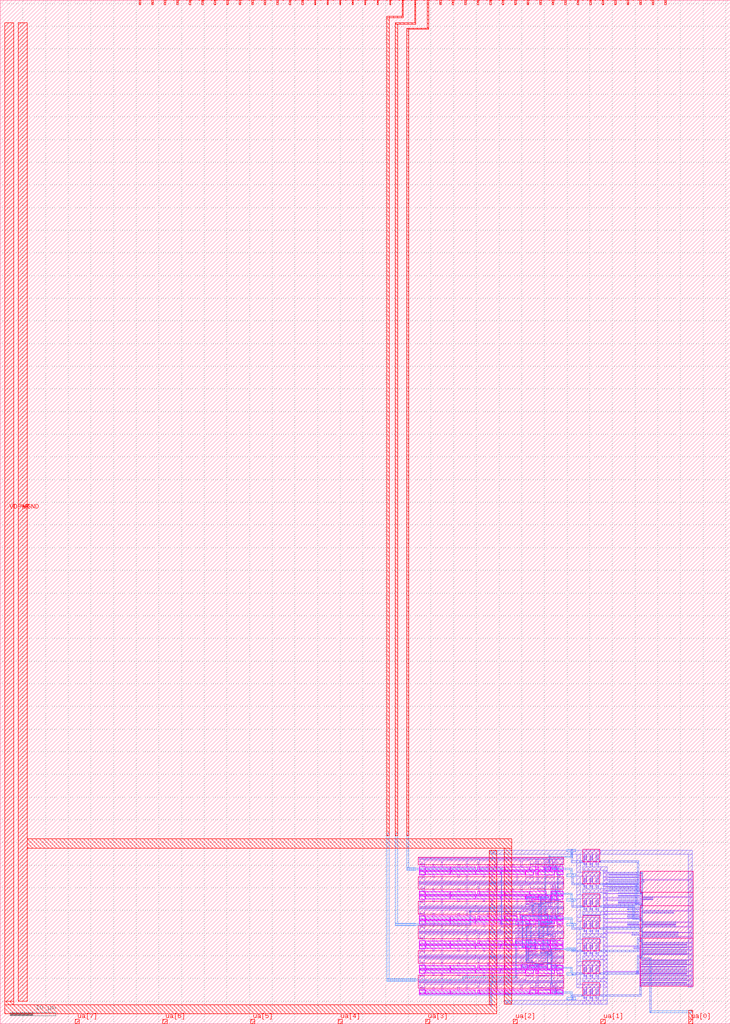
<source format=lef>
VERSION 5.7 ;
  NOWIREEXTENSIONATPIN ON ;
  DIVIDERCHAR "/" ;
  BUSBITCHARS "[]" ;
MACRO tt_um_emmersonv_tiq_adc
  CLASS BLOCK ;
  FOREIGN tt_um_emmersonv_tiq_adc ;
  ORIGIN 0.000 0.000 ;
  SIZE 161.000 BY 225.760 ;
  PIN clk
    DIRECTION INPUT ;
    USE SIGNAL ;
    PORT
      LAYER met4 ;
        RECT 143.830 224.760 144.130 225.760 ;
    END
  END clk
  PIN ena
    DIRECTION INPUT ;
    USE SIGNAL ;
    PORT
      LAYER met4 ;
        RECT 146.590 224.760 146.890 225.760 ;
    END
  END ena
  PIN rst_n
    DIRECTION INPUT ;
    USE SIGNAL ;
    PORT
      LAYER met4 ;
        RECT 141.070 224.760 141.370 225.760 ;
    END
  END rst_n
  PIN ua[0]
    DIRECTION INOUT ;
    USE SIGNAL ;
    ANTENNAGATEAREA 36.968998 ;
    PORT
      LAYER met4 ;
        RECT 151.810 0.000 152.710 1.000 ;
    END
  END ua[0]
  PIN ua[1]
    DIRECTION INOUT ;
    USE SIGNAL ;
    PORT
      LAYER met4 ;
        RECT 132.490 0.000 133.390 1.000 ;
    END
  END ua[1]
  PIN ua[2]
    DIRECTION INOUT ;
    USE SIGNAL ;
    PORT
      LAYER met4 ;
        RECT 113.170 0.000 114.070 1.000 ;
    END
  END ua[2]
  PIN ua[3]
    DIRECTION INOUT ;
    USE SIGNAL ;
    PORT
      LAYER met4 ;
        RECT 93.850 0.000 94.750 1.000 ;
    END
  END ua[3]
  PIN ua[4]
    DIRECTION INOUT ;
    USE SIGNAL ;
    PORT
      LAYER met4 ;
        RECT 74.530 0.000 75.430 1.000 ;
    END
  END ua[4]
  PIN ua[5]
    DIRECTION INOUT ;
    USE SIGNAL ;
    PORT
      LAYER met4 ;
        RECT 55.210 0.000 56.110 1.000 ;
    END
  END ua[5]
  PIN ua[6]
    DIRECTION INOUT ;
    USE SIGNAL ;
    PORT
      LAYER met4 ;
        RECT 35.890 0.000 36.790 1.000 ;
    END
  END ua[6]
  PIN ua[7]
    DIRECTION INOUT ;
    USE SIGNAL ;
    PORT
      LAYER met4 ;
        RECT 16.570 0.000 17.470 1.000 ;
    END
  END ua[7]
  PIN ui_in[0]
    DIRECTION INPUT ;
    USE SIGNAL ;
    PORT
      LAYER met4 ;
        RECT 138.310 224.760 138.610 225.760 ;
    END
  END ui_in[0]
  PIN ui_in[1]
    DIRECTION INPUT ;
    USE SIGNAL ;
    PORT
      LAYER met4 ;
        RECT 135.550 224.760 135.850 225.760 ;
    END
  END ui_in[1]
  PIN ui_in[2]
    DIRECTION INPUT ;
    USE SIGNAL ;
    PORT
      LAYER met4 ;
        RECT 132.790 224.760 133.090 225.760 ;
    END
  END ui_in[2]
  PIN ui_in[3]
    DIRECTION INPUT ;
    USE SIGNAL ;
    PORT
      LAYER met4 ;
        RECT 130.030 224.760 130.330 225.760 ;
    END
  END ui_in[3]
  PIN ui_in[4]
    DIRECTION INPUT ;
    USE SIGNAL ;
    PORT
      LAYER met4 ;
        RECT 127.270 224.760 127.570 225.760 ;
    END
  END ui_in[4]
  PIN ui_in[5]
    DIRECTION INPUT ;
    USE SIGNAL ;
    PORT
      LAYER met4 ;
        RECT 124.510 224.760 124.810 225.760 ;
    END
  END ui_in[5]
  PIN ui_in[6]
    DIRECTION INPUT ;
    USE SIGNAL ;
    PORT
      LAYER met4 ;
        RECT 121.750 224.760 122.050 225.760 ;
    END
  END ui_in[6]
  PIN ui_in[7]
    DIRECTION INPUT ;
    USE SIGNAL ;
    PORT
      LAYER met4 ;
        RECT 118.990 224.760 119.290 225.760 ;
    END
  END ui_in[7]
  PIN uio_in[0]
    DIRECTION INPUT ;
    USE SIGNAL ;
    PORT
      LAYER met4 ;
        RECT 116.230 224.760 116.530 225.760 ;
    END
  END uio_in[0]
  PIN uio_in[1]
    DIRECTION INPUT ;
    USE SIGNAL ;
    PORT
      LAYER met4 ;
        RECT 113.470 224.760 113.770 225.760 ;
    END
  END uio_in[1]
  PIN uio_in[2]
    DIRECTION INPUT ;
    USE SIGNAL ;
    PORT
      LAYER met4 ;
        RECT 110.710 224.760 111.010 225.760 ;
    END
  END uio_in[2]
  PIN uio_in[3]
    DIRECTION INPUT ;
    USE SIGNAL ;
    PORT
      LAYER met4 ;
        RECT 107.950 224.760 108.250 225.760 ;
    END
  END uio_in[3]
  PIN uio_in[4]
    DIRECTION INPUT ;
    USE SIGNAL ;
    PORT
      LAYER met4 ;
        RECT 105.190 224.760 105.490 225.760 ;
    END
  END uio_in[4]
  PIN uio_in[5]
    DIRECTION INPUT ;
    USE SIGNAL ;
    PORT
      LAYER met4 ;
        RECT 102.430 224.760 102.730 225.760 ;
    END
  END uio_in[5]
  PIN uio_in[6]
    DIRECTION INPUT ;
    USE SIGNAL ;
    PORT
      LAYER met4 ;
        RECT 99.670 224.760 99.970 225.760 ;
    END
  END uio_in[6]
  PIN uio_in[7]
    DIRECTION INPUT ;
    USE SIGNAL ;
    PORT
      LAYER met4 ;
        RECT 96.910 224.760 97.210 225.760 ;
    END
  END uio_in[7]
  PIN uio_oe[0]
    DIRECTION OUTPUT ;
    USE SIGNAL ;
    PORT
      LAYER met4 ;
        RECT 49.990 224.760 50.290 225.760 ;
    END
  END uio_oe[0]
  PIN uio_oe[1]
    DIRECTION OUTPUT ;
    USE SIGNAL ;
    PORT
      LAYER met4 ;
        RECT 47.230 224.760 47.530 225.760 ;
    END
  END uio_oe[1]
  PIN uio_oe[2]
    DIRECTION OUTPUT ;
    USE SIGNAL ;
    PORT
      LAYER met4 ;
        RECT 44.470 224.760 44.770 225.760 ;
    END
  END uio_oe[2]
  PIN uio_oe[3]
    DIRECTION OUTPUT ;
    USE SIGNAL ;
    PORT
      LAYER met4 ;
        RECT 41.710 224.760 42.010 225.760 ;
    END
  END uio_oe[3]
  PIN uio_oe[4]
    DIRECTION OUTPUT ;
    USE SIGNAL ;
    PORT
      LAYER met4 ;
        RECT 38.950 224.760 39.250 225.760 ;
    END
  END uio_oe[4]
  PIN uio_oe[5]
    DIRECTION OUTPUT ;
    USE SIGNAL ;
    PORT
      LAYER met4 ;
        RECT 36.190 224.760 36.490 225.760 ;
    END
  END uio_oe[5]
  PIN uio_oe[6]
    DIRECTION OUTPUT ;
    USE SIGNAL ;
    PORT
      LAYER met4 ;
        RECT 33.430 224.760 33.730 225.760 ;
    END
  END uio_oe[6]
  PIN uio_oe[7]
    DIRECTION OUTPUT ;
    USE SIGNAL ;
    PORT
      LAYER met4 ;
        RECT 30.670 224.760 30.970 225.760 ;
    END
  END uio_oe[7]
  PIN uio_out[0]
    DIRECTION OUTPUT ;
    USE SIGNAL ;
    PORT
      LAYER met4 ;
        RECT 72.070 224.760 72.370 225.760 ;
    END
  END uio_out[0]
  PIN uio_out[1]
    DIRECTION OUTPUT ;
    USE SIGNAL ;
    PORT
      LAYER met4 ;
        RECT 69.310 224.760 69.610 225.760 ;
    END
  END uio_out[1]
  PIN uio_out[2]
    DIRECTION OUTPUT ;
    USE SIGNAL ;
    PORT
      LAYER met4 ;
        RECT 66.550 224.760 66.850 225.760 ;
    END
  END uio_out[2]
  PIN uio_out[3]
    DIRECTION OUTPUT ;
    USE SIGNAL ;
    PORT
      LAYER met4 ;
        RECT 63.790 224.760 64.090 225.760 ;
    END
  END uio_out[3]
  PIN uio_out[4]
    DIRECTION OUTPUT ;
    USE SIGNAL ;
    PORT
      LAYER met4 ;
        RECT 61.030 224.760 61.330 225.760 ;
    END
  END uio_out[4]
  PIN uio_out[5]
    DIRECTION OUTPUT ;
    USE SIGNAL ;
    PORT
      LAYER met4 ;
        RECT 58.270 224.760 58.570 225.760 ;
    END
  END uio_out[5]
  PIN uio_out[6]
    DIRECTION OUTPUT ;
    USE SIGNAL ;
    PORT
      LAYER met4 ;
        RECT 55.510 224.760 55.810 225.760 ;
    END
  END uio_out[6]
  PIN uio_out[7]
    DIRECTION OUTPUT ;
    USE SIGNAL ;
    PORT
      LAYER met4 ;
        RECT 52.750 224.760 53.050 225.760 ;
    END
  END uio_out[7]
  PIN uo_out[0]
    DIRECTION OUTPUT ;
    USE SIGNAL ;
    ANTENNADIFFAREA 0.462000 ;
    PORT
      LAYER met4 ;
        RECT 94.150 224.760 94.450 225.760 ;
    END
  END uo_out[0]
  PIN uo_out[1]
    DIRECTION OUTPUT ;
    USE SIGNAL ;
    ANTENNADIFFAREA 0.891000 ;
    PORT
      LAYER met4 ;
        RECT 91.390 224.760 91.690 225.760 ;
    END
  END uo_out[1]
  PIN uo_out[2]
    DIRECTION OUTPUT ;
    USE SIGNAL ;
    ANTENNADIFFAREA 0.891000 ;
    PORT
      LAYER met4 ;
        RECT 88.630 224.760 88.930 225.760 ;
    END
  END uo_out[2]
  PIN uo_out[3]
    DIRECTION OUTPUT ;
    USE SIGNAL ;
    PORT
      LAYER met4 ;
        RECT 85.870 224.760 86.170 225.760 ;
    END
  END uo_out[3]
  PIN uo_out[4]
    DIRECTION OUTPUT ;
    USE SIGNAL ;
    PORT
      LAYER met4 ;
        RECT 83.110 224.760 83.410 225.760 ;
    END
  END uo_out[4]
  PIN uo_out[5]
    DIRECTION OUTPUT ;
    USE SIGNAL ;
    PORT
      LAYER met4 ;
        RECT 80.350 224.760 80.650 225.760 ;
    END
  END uo_out[5]
  PIN uo_out[6]
    DIRECTION OUTPUT ;
    USE SIGNAL ;
    PORT
      LAYER met4 ;
        RECT 77.590 224.760 77.890 225.760 ;
    END
  END uo_out[6]
  PIN uo_out[7]
    DIRECTION OUTPUT ;
    USE SIGNAL ;
    PORT
      LAYER met4 ;
        RECT 74.830 224.760 75.130 225.760 ;
    END
  END uo_out[7]
  PIN VDPWR
    DIRECTION INOUT ;
    USE POWER ;
    PORT
      LAYER met4 ;
        RECT 1.000 5.000 3.000 220.760 ;
    END
  END VDPWR
  PIN VGND
    DIRECTION INOUT ;
    USE GROUND ;
    PORT
      LAYER met4 ;
        RECT 4.000 5.000 6.000 220.760 ;
    END
  END VGND
  OBS
      LAYER nwell ;
        RECT 92.190 35.065 124.310 36.670 ;
        RECT 128.520 35.780 132.230 38.540 ;
      LAYER pwell ;
        RECT 92.385 33.865 93.755 34.675 ;
        RECT 93.765 33.865 99.275 34.675 ;
        RECT 99.285 33.865 104.795 34.675 ;
        RECT 105.275 33.950 105.705 34.735 ;
        RECT 105.725 33.865 111.235 34.675 ;
        RECT 111.245 33.865 116.755 34.675 ;
        RECT 116.765 33.865 118.135 34.675 ;
        RECT 118.155 33.950 118.585 34.735 ;
        RECT 118.605 33.865 119.975 34.675 ;
        RECT 119.985 33.865 121.355 34.645 ;
        RECT 121.365 33.865 122.735 34.645 ;
        RECT 122.745 33.865 124.115 34.675 ;
        RECT 92.525 33.655 92.695 33.865 ;
        RECT 93.905 33.655 94.075 33.865 ;
        RECT 99.425 33.655 99.595 33.865 ;
        RECT 104.945 33.815 105.115 33.845 ;
        RECT 104.940 33.705 105.115 33.815 ;
        RECT 104.945 33.655 105.115 33.705 ;
        RECT 105.865 33.675 106.035 33.865 ;
        RECT 110.465 33.655 110.635 33.845 ;
        RECT 111.385 33.675 111.555 33.865 ;
        RECT 115.985 33.655 116.155 33.845 ;
        RECT 116.905 33.675 117.075 33.865 ;
        RECT 117.820 33.705 117.940 33.815 ;
        RECT 118.745 33.655 118.915 33.865 ;
        RECT 121.035 33.675 121.205 33.865 ;
        RECT 122.415 33.675 122.585 33.865 ;
        RECT 123.805 33.655 123.975 33.865 ;
        RECT 92.385 32.845 93.755 33.655 ;
        RECT 93.765 32.845 99.275 33.655 ;
        RECT 99.285 32.845 104.795 33.655 ;
        RECT 104.805 32.845 110.315 33.655 ;
        RECT 110.325 32.845 115.835 33.655 ;
        RECT 115.845 32.845 117.675 33.655 ;
        RECT 118.155 32.785 118.585 33.570 ;
        RECT 118.605 32.845 122.275 33.655 ;
        RECT 122.745 32.845 124.115 33.655 ;
      LAYER nwell ;
        RECT 92.190 29.625 124.310 32.455 ;
        RECT 128.520 30.860 132.230 33.620 ;
      LAYER pwell ;
        RECT 92.385 28.425 93.755 29.235 ;
        RECT 93.765 28.425 99.275 29.235 ;
        RECT 99.285 28.425 104.795 29.235 ;
        RECT 105.275 28.510 105.705 29.295 ;
        RECT 105.725 28.425 111.235 29.235 ;
        RECT 111.245 28.425 116.755 29.235 ;
        RECT 116.765 28.425 120.435 29.235 ;
        RECT 121.365 28.425 122.735 29.205 ;
        RECT 122.745 28.425 124.115 29.235 ;
      LAYER nwell ;
        RECT 141.180 28.980 152.880 33.630 ;
      LAYER pwell ;
        RECT 92.525 28.215 92.695 28.425 ;
        RECT 93.905 28.215 94.075 28.425 ;
        RECT 99.425 28.215 99.595 28.425 ;
        RECT 104.945 28.375 105.115 28.405 ;
        RECT 104.940 28.265 105.115 28.375 ;
        RECT 104.945 28.215 105.115 28.265 ;
        RECT 105.865 28.235 106.035 28.425 ;
        RECT 110.465 28.215 110.635 28.405 ;
        RECT 111.385 28.235 111.555 28.425 ;
        RECT 115.985 28.215 116.155 28.405 ;
        RECT 116.905 28.235 117.075 28.425 ;
        RECT 118.745 28.215 118.915 28.405 ;
        RECT 120.595 28.270 120.755 28.380 ;
        RECT 121.510 28.215 121.680 28.405 ;
        RECT 122.425 28.235 122.595 28.425 ;
        RECT 123.805 28.215 123.975 28.425 ;
        RECT 92.385 27.405 93.755 28.215 ;
        RECT 93.765 27.405 99.275 28.215 ;
        RECT 99.285 27.405 104.795 28.215 ;
        RECT 104.805 27.405 110.315 28.215 ;
        RECT 110.325 27.405 115.835 28.215 ;
        RECT 115.845 27.535 118.135 28.215 ;
        RECT 117.215 27.305 118.135 27.535 ;
        RECT 118.155 27.345 118.585 28.130 ;
        RECT 118.615 27.305 121.345 28.215 ;
        RECT 121.365 27.305 122.715 28.215 ;
        RECT 122.745 27.405 124.115 28.215 ;
      LAYER nwell ;
        RECT 92.190 24.185 124.310 27.015 ;
        RECT 128.520 25.930 132.230 28.690 ;
        RECT 141.550 26.030 152.880 28.980 ;
      LAYER pwell ;
        RECT 92.385 22.985 93.755 23.795 ;
        RECT 93.765 22.985 99.275 23.795 ;
        RECT 99.285 22.985 104.795 23.795 ;
        RECT 105.275 23.070 105.705 23.855 ;
        RECT 105.725 22.985 111.235 23.795 ;
        RECT 111.245 22.985 113.995 23.795 ;
        RECT 114.705 22.985 120.895 23.895 ;
        RECT 121.365 22.985 122.735 23.765 ;
        RECT 122.745 22.985 124.115 23.795 ;
        RECT 92.525 22.775 92.695 22.985 ;
        RECT 93.905 22.775 94.075 22.985 ;
        RECT 99.425 22.775 99.595 22.985 ;
        RECT 104.945 22.935 105.115 22.965 ;
        RECT 104.940 22.825 105.115 22.935 ;
        RECT 104.945 22.775 105.115 22.825 ;
        RECT 105.865 22.795 106.035 22.985 ;
        RECT 110.465 22.775 110.635 22.965 ;
        RECT 111.385 22.795 111.555 22.985 ;
        RECT 113.220 22.825 113.340 22.935 ;
        RECT 113.690 22.795 113.860 22.965 ;
        RECT 114.140 22.825 114.260 22.935 ;
        RECT 113.715 22.775 113.860 22.795 ;
        RECT 116.905 22.775 117.075 22.965 ;
        RECT 118.740 22.825 118.860 22.935 ;
        RECT 120.580 22.795 120.750 22.985 ;
        RECT 121.040 22.825 121.160 22.935 ;
        RECT 121.965 22.775 122.135 22.965 ;
        RECT 122.425 22.935 122.595 22.985 ;
        RECT 122.420 22.825 122.595 22.935 ;
        RECT 122.425 22.795 122.595 22.825 ;
        RECT 123.805 22.775 123.975 22.985 ;
        RECT 92.385 21.965 93.755 22.775 ;
        RECT 93.765 21.965 99.275 22.775 ;
        RECT 99.285 21.965 104.795 22.775 ;
        RECT 104.805 21.965 110.315 22.775 ;
        RECT 110.325 21.965 113.075 22.775 ;
        RECT 113.715 21.865 116.755 22.775 ;
        RECT 116.765 21.965 118.135 22.775 ;
        RECT 118.155 21.905 118.585 22.690 ;
        RECT 119.065 22.095 122.275 22.775 ;
        RECT 119.065 21.865 120.200 22.095 ;
        RECT 122.745 21.965 124.115 22.775 ;
      LAYER nwell ;
        RECT 92.190 18.745 124.310 21.575 ;
        RECT 128.520 21.010 132.230 23.770 ;
      LAYER pwell ;
        RECT 92.385 17.545 93.755 18.355 ;
        RECT 93.765 17.545 99.275 18.355 ;
        RECT 99.285 17.545 104.795 18.355 ;
        RECT 105.275 17.630 105.705 18.415 ;
        RECT 105.725 17.545 111.235 18.355 ;
        RECT 111.245 17.545 113.075 18.355 ;
        RECT 113.545 17.545 121.355 18.455 ;
        RECT 121.365 17.545 122.735 18.325 ;
        RECT 122.745 17.545 124.115 18.355 ;
        RECT 92.525 17.335 92.695 17.545 ;
        RECT 93.905 17.335 94.075 17.545 ;
        RECT 99.425 17.335 99.595 17.545 ;
        RECT 104.945 17.495 105.115 17.525 ;
        RECT 104.940 17.385 105.115 17.495 ;
        RECT 104.945 17.335 105.115 17.385 ;
        RECT 105.865 17.355 106.035 17.545 ;
        RECT 110.465 17.335 110.635 17.525 ;
        RECT 111.385 17.355 111.555 17.545 ;
        RECT 113.220 17.385 113.340 17.495 ;
        RECT 113.690 17.355 113.860 17.545 ;
        RECT 122.425 17.525 122.595 17.545 ;
        RECT 117.825 17.335 117.995 17.525 ;
        RECT 118.740 17.385 118.860 17.495 ;
        RECT 121.045 17.335 121.215 17.525 ;
        RECT 122.415 17.355 122.595 17.525 ;
        RECT 122.415 17.335 122.585 17.355 ;
        RECT 123.805 17.335 123.975 17.545 ;
        RECT 92.385 16.525 93.755 17.335 ;
        RECT 93.765 16.525 99.275 17.335 ;
        RECT 99.285 16.525 104.795 17.335 ;
        RECT 104.805 16.525 110.315 17.335 ;
        RECT 110.325 16.525 115.835 17.335 ;
        RECT 115.845 16.655 118.135 17.335 ;
        RECT 115.845 16.425 116.765 16.655 ;
        RECT 118.155 16.465 118.585 17.250 ;
        RECT 119.065 16.425 121.355 17.335 ;
        RECT 121.365 16.555 122.735 17.335 ;
        RECT 122.745 16.525 124.115 17.335 ;
      LAYER nwell ;
        RECT 92.190 13.305 124.310 16.135 ;
        RECT 128.520 16.090 132.230 18.850 ;
        RECT 141.180 18.840 152.880 26.030 ;
      LAYER pwell ;
        RECT 92.385 12.105 93.755 12.915 ;
        RECT 93.765 12.105 99.275 12.915 ;
        RECT 99.285 12.105 104.795 12.915 ;
        RECT 105.275 12.190 105.705 12.975 ;
        RECT 105.725 12.105 111.235 12.915 ;
        RECT 111.245 12.105 114.915 12.915 ;
        RECT 114.945 12.105 116.295 13.015 ;
        RECT 116.615 12.785 117.545 13.015 ;
        RECT 118.805 12.925 119.755 13.015 ;
        RECT 116.615 12.105 118.450 12.785 ;
        RECT 118.805 12.105 120.735 12.925 ;
        RECT 121.365 12.105 122.735 12.885 ;
        RECT 122.745 12.105 124.115 12.915 ;
        RECT 92.525 11.895 92.695 12.105 ;
        RECT 93.905 11.895 94.075 12.105 ;
        RECT 99.425 11.895 99.595 12.105 ;
        RECT 104.945 12.055 105.115 12.085 ;
        RECT 104.940 11.945 105.115 12.055 ;
        RECT 104.945 11.895 105.115 11.945 ;
        RECT 105.865 11.915 106.035 12.105 ;
        RECT 110.465 11.895 110.635 12.085 ;
        RECT 111.385 11.915 111.555 12.105 ;
        RECT 115.980 12.085 116.150 12.105 ;
        RECT 118.285 12.085 118.450 12.105 ;
        RECT 120.585 12.085 120.735 12.105 ;
        RECT 115.980 11.915 116.155 12.085 ;
        RECT 117.820 11.945 117.940 12.055 ;
        RECT 118.285 11.915 118.455 12.085 ;
        RECT 115.985 11.895 116.155 11.915 ;
        RECT 118.745 11.895 118.915 12.085 ;
        RECT 120.585 11.915 120.755 12.085 ;
        RECT 121.040 11.945 121.160 12.055 ;
        RECT 122.415 11.915 122.585 12.105 ;
        RECT 123.805 11.895 123.975 12.105 ;
        RECT 92.385 11.085 93.755 11.895 ;
        RECT 93.765 11.085 99.275 11.895 ;
        RECT 99.285 11.085 104.795 11.895 ;
        RECT 104.805 11.085 110.315 11.895 ;
        RECT 110.325 11.085 115.835 11.895 ;
        RECT 115.845 11.085 117.675 11.895 ;
        RECT 118.155 11.025 118.585 11.810 ;
        RECT 118.605 11.085 122.275 11.895 ;
        RECT 122.745 11.085 124.115 11.895 ;
      LAYER nwell ;
        RECT 128.520 11.170 132.230 13.930 ;
        RECT 92.190 7.865 124.310 10.695 ;
      LAYER pwell ;
        RECT 92.385 6.665 93.755 7.475 ;
        RECT 93.765 6.665 99.275 7.475 ;
        RECT 99.285 6.665 104.795 7.475 ;
        RECT 105.275 6.750 105.705 7.535 ;
        RECT 105.725 6.665 111.235 7.475 ;
        RECT 111.245 6.665 116.755 7.475 ;
        RECT 116.765 6.665 118.135 7.475 ;
        RECT 118.155 6.750 118.585 7.535 ;
        RECT 118.605 6.665 121.355 7.475 ;
        RECT 121.365 6.665 122.735 7.445 ;
        RECT 122.745 6.665 124.115 7.475 ;
        RECT 92.525 6.475 92.695 6.665 ;
        RECT 93.905 6.475 94.075 6.665 ;
        RECT 99.425 6.475 99.595 6.665 ;
        RECT 104.940 6.505 105.060 6.615 ;
        RECT 105.865 6.475 106.035 6.665 ;
        RECT 111.385 6.475 111.555 6.665 ;
        RECT 116.905 6.475 117.075 6.665 ;
        RECT 118.745 6.475 118.915 6.665 ;
        RECT 122.415 6.475 122.585 6.665 ;
        RECT 123.805 6.475 123.975 6.665 ;
      LAYER nwell ;
        RECT 128.520 6.250 132.230 9.010 ;
        RECT 141.120 8.280 152.880 18.840 ;
      LAYER li1 ;
        RECT 128.520 37.430 132.450 38.290 ;
        RECT 92.380 36.395 124.120 36.565 ;
        RECT 92.465 35.305 93.675 36.395 ;
        RECT 93.845 35.960 99.190 36.395 ;
        RECT 99.365 35.960 104.710 36.395 ;
        RECT 92.465 34.595 92.985 35.135 ;
        RECT 93.155 34.765 93.675 35.305 ;
        RECT 92.465 33.845 93.675 34.595 ;
        RECT 95.430 34.390 95.770 35.220 ;
        RECT 97.250 34.710 97.600 35.960 ;
        RECT 100.950 34.390 101.290 35.220 ;
        RECT 102.770 34.710 103.120 35.960 ;
        RECT 105.345 35.230 105.635 36.395 ;
        RECT 105.805 35.960 111.150 36.395 ;
        RECT 111.325 35.960 116.670 36.395 ;
        RECT 93.845 33.845 99.190 34.390 ;
        RECT 99.365 33.845 104.710 34.390 ;
        RECT 105.345 33.845 105.635 34.570 ;
        RECT 107.390 34.390 107.730 35.220 ;
        RECT 109.210 34.710 109.560 35.960 ;
        RECT 112.910 34.390 113.250 35.220 ;
        RECT 114.730 34.710 115.080 35.960 ;
        RECT 116.845 35.305 118.055 36.395 ;
        RECT 116.845 34.595 117.365 35.135 ;
        RECT 117.535 34.765 118.055 35.305 ;
        RECT 118.225 35.230 118.515 36.395 ;
        RECT 118.685 35.305 119.895 36.395 ;
        RECT 118.685 34.595 119.205 35.135 ;
        RECT 119.375 34.765 119.895 35.305 ;
        RECT 120.065 35.320 120.335 36.225 ;
        RECT 120.505 35.635 120.835 36.395 ;
        RECT 121.015 35.465 121.195 36.225 ;
        RECT 105.805 33.845 111.150 34.390 ;
        RECT 111.325 33.845 116.670 34.390 ;
        RECT 116.845 33.845 118.055 34.595 ;
        RECT 118.225 33.845 118.515 34.570 ;
        RECT 118.685 33.845 119.895 34.595 ;
        RECT 120.065 34.520 120.245 35.320 ;
        RECT 120.520 35.295 121.195 35.465 ;
        RECT 121.445 35.320 121.715 36.225 ;
        RECT 121.885 35.635 122.215 36.395 ;
        RECT 122.395 35.465 122.575 36.225 ;
        RECT 120.520 35.150 120.690 35.295 ;
        RECT 120.415 34.820 120.690 35.150 ;
        RECT 120.520 34.565 120.690 34.820 ;
        RECT 120.915 34.745 121.255 35.115 ;
        RECT 120.065 34.015 120.325 34.520 ;
        RECT 120.520 34.395 121.185 34.565 ;
        RECT 120.505 33.845 120.835 34.225 ;
        RECT 121.015 34.015 121.185 34.395 ;
        RECT 121.445 34.520 121.625 35.320 ;
        RECT 121.900 35.295 122.575 35.465 ;
        RECT 122.825 35.305 124.035 36.395 ;
        RECT 128.240 35.830 128.570 35.900 ;
        RECT 128.760 35.830 128.930 37.110 ;
        RECT 129.200 36.070 129.370 37.430 ;
        RECT 128.240 35.630 128.930 35.830 ;
        RECT 128.240 35.560 128.570 35.630 ;
        RECT 121.900 35.150 122.070 35.295 ;
        RECT 121.795 34.820 122.070 35.150 ;
        RECT 121.900 34.565 122.070 34.820 ;
        RECT 122.295 34.745 122.635 35.115 ;
        RECT 122.825 34.765 123.345 35.305 ;
        RECT 123.515 34.595 124.035 35.135 ;
        RECT 128.760 35.000 128.930 35.630 ;
        RECT 129.500 35.830 129.830 35.910 ;
        RECT 130.070 35.830 130.240 37.110 ;
        RECT 130.510 36.070 130.680 37.430 ;
        RECT 129.500 35.630 130.240 35.830 ;
        RECT 129.500 35.570 129.830 35.630 ;
        RECT 129.200 34.670 129.370 35.460 ;
        RECT 130.070 35.000 130.240 35.630 ;
        RECT 130.810 35.830 131.140 35.910 ;
        RECT 131.380 35.830 131.550 37.110 ;
        RECT 131.820 36.070 131.990 37.430 ;
        RECT 130.810 35.630 131.550 35.830 ;
        RECT 130.810 35.570 131.140 35.630 ;
        RECT 130.510 34.670 130.680 35.460 ;
        RECT 131.380 35.000 131.550 35.630 ;
        RECT 132.120 35.570 132.450 35.910 ;
        RECT 131.820 34.670 131.990 35.460 ;
        RECT 121.445 34.015 121.705 34.520 ;
        RECT 121.900 34.395 122.565 34.565 ;
        RECT 121.885 33.845 122.215 34.225 ;
        RECT 122.395 34.015 122.565 34.395 ;
        RECT 122.825 33.845 124.035 34.595 ;
        RECT 92.380 33.675 124.120 33.845 ;
        RECT 128.520 33.830 132.450 34.670 ;
        RECT 92.465 32.925 93.675 33.675 ;
        RECT 93.845 33.130 99.190 33.675 ;
        RECT 99.365 33.130 104.710 33.675 ;
        RECT 104.885 33.130 110.230 33.675 ;
        RECT 110.405 33.130 115.750 33.675 ;
        RECT 92.465 32.385 92.985 32.925 ;
        RECT 93.155 32.215 93.675 32.755 ;
        RECT 95.430 32.300 95.770 33.130 ;
        RECT 92.465 31.125 93.675 32.215 ;
        RECT 97.250 31.560 97.600 32.810 ;
        RECT 100.950 32.300 101.290 33.130 ;
        RECT 102.770 31.560 103.120 32.810 ;
        RECT 106.470 32.300 106.810 33.130 ;
        RECT 108.290 31.560 108.640 32.810 ;
        RECT 111.990 32.300 112.330 33.130 ;
        RECT 115.925 32.905 117.595 33.675 ;
        RECT 118.225 32.950 118.515 33.675 ;
        RECT 118.685 32.905 122.195 33.675 ;
        RECT 122.825 32.925 124.035 33.675 ;
        RECT 132.980 33.390 133.820 33.630 ;
        RECT 113.810 31.560 114.160 32.810 ;
        RECT 115.925 32.385 116.675 32.905 ;
        RECT 116.845 32.215 117.595 32.735 ;
        RECT 118.685 32.385 120.335 32.905 ;
        RECT 93.845 31.125 99.190 31.560 ;
        RECT 99.365 31.125 104.710 31.560 ;
        RECT 104.885 31.125 110.230 31.560 ;
        RECT 110.405 31.125 115.750 31.560 ;
        RECT 115.925 31.125 117.595 32.215 ;
        RECT 118.225 31.125 118.515 32.290 ;
        RECT 120.505 32.215 122.195 32.735 ;
        RECT 118.685 31.125 122.195 32.215 ;
        RECT 122.825 32.215 123.345 32.755 ;
        RECT 123.515 32.385 124.035 32.925 ;
        RECT 128.520 32.510 132.450 33.370 ;
        RECT 132.980 33.220 140.860 33.390 ;
        RECT 122.825 31.125 124.035 32.215 ;
        RECT 92.380 30.955 124.120 31.125 ;
        RECT 92.465 29.865 93.675 30.955 ;
        RECT 93.845 30.520 99.190 30.955 ;
        RECT 99.365 30.520 104.710 30.955 ;
        RECT 92.465 29.155 92.985 29.695 ;
        RECT 93.155 29.325 93.675 29.865 ;
        RECT 92.465 28.405 93.675 29.155 ;
        RECT 95.430 28.950 95.770 29.780 ;
        RECT 97.250 29.270 97.600 30.520 ;
        RECT 100.950 28.950 101.290 29.780 ;
        RECT 102.770 29.270 103.120 30.520 ;
        RECT 105.345 29.790 105.635 30.955 ;
        RECT 105.805 30.520 111.150 30.955 ;
        RECT 111.325 30.520 116.670 30.955 ;
        RECT 93.845 28.405 99.190 28.950 ;
        RECT 99.365 28.405 104.710 28.950 ;
        RECT 105.345 28.405 105.635 29.130 ;
        RECT 107.390 28.950 107.730 29.780 ;
        RECT 109.210 29.270 109.560 30.520 ;
        RECT 112.910 28.950 113.250 29.780 ;
        RECT 114.730 29.270 115.080 30.520 ;
        RECT 116.845 29.865 120.355 30.955 ;
        RECT 116.845 29.175 118.495 29.695 ;
        RECT 118.665 29.345 120.355 29.865 ;
        RECT 121.445 29.880 121.715 30.785 ;
        RECT 121.885 30.195 122.215 30.955 ;
        RECT 122.395 30.025 122.565 30.785 ;
        RECT 105.805 28.405 111.150 28.950 ;
        RECT 111.325 28.405 116.670 28.950 ;
        RECT 116.845 28.405 120.355 29.175 ;
        RECT 121.445 29.080 121.615 29.880 ;
        RECT 121.900 29.855 122.565 30.025 ;
        RECT 122.825 29.865 124.035 30.955 ;
        RECT 128.240 30.910 128.570 30.960 ;
        RECT 128.760 30.910 128.930 32.190 ;
        RECT 129.200 31.150 129.370 32.510 ;
        RECT 128.240 30.710 128.930 30.910 ;
        RECT 128.240 30.620 128.570 30.710 ;
        RECT 128.760 30.080 128.930 30.710 ;
        RECT 129.500 30.910 129.830 30.990 ;
        RECT 130.070 30.910 130.240 32.190 ;
        RECT 130.510 31.150 130.680 32.510 ;
        RECT 129.500 30.710 130.240 30.910 ;
        RECT 129.500 30.650 129.830 30.710 ;
        RECT 121.900 29.710 122.070 29.855 ;
        RECT 121.785 29.380 122.070 29.710 ;
        RECT 121.900 29.125 122.070 29.380 ;
        RECT 122.305 29.305 122.635 29.675 ;
        RECT 122.825 29.325 123.345 29.865 ;
        RECT 129.200 29.750 129.370 30.540 ;
        RECT 130.070 30.080 130.240 30.710 ;
        RECT 130.810 30.910 131.140 30.990 ;
        RECT 131.380 30.910 131.550 32.190 ;
        RECT 131.820 31.150 131.990 32.510 ;
        RECT 132.980 32.430 133.820 33.220 ;
        RECT 141.030 33.120 141.360 33.450 ;
        RECT 134.150 32.740 141.230 32.910 ;
        RECT 132.980 32.260 140.860 32.430 ;
        RECT 132.980 31.870 133.820 32.260 ;
        RECT 132.980 31.700 140.860 31.870 ;
        RECT 130.810 30.710 131.550 30.910 ;
        RECT 130.810 30.650 131.140 30.710 ;
        RECT 130.510 29.750 130.680 30.540 ;
        RECT 131.380 30.080 131.550 30.710 ;
        RECT 132.120 30.650 132.450 30.990 ;
        RECT 132.980 30.910 133.820 31.700 ;
        RECT 141.030 31.390 141.230 32.740 ;
        RECT 151.770 31.830 152.630 33.630 ;
        RECT 141.470 31.660 152.630 31.830 ;
        RECT 134.150 31.220 141.980 31.390 ;
        RECT 132.980 30.740 140.860 30.910 ;
        RECT 131.820 29.750 131.990 30.540 ;
        RECT 132.980 30.350 133.820 30.740 ;
        RECT 132.980 30.180 140.860 30.350 ;
        RECT 123.515 29.155 124.035 29.695 ;
        RECT 121.445 28.575 121.705 29.080 ;
        RECT 121.900 28.955 122.565 29.125 ;
        RECT 121.885 28.405 122.215 28.785 ;
        RECT 122.395 28.575 122.565 28.955 ;
        RECT 122.825 28.405 124.035 29.155 ;
        RECT 128.520 28.910 132.450 29.750 ;
        RECT 132.980 29.390 133.820 30.180 ;
        RECT 141.030 29.870 141.230 31.220 ;
        RECT 134.150 29.700 141.230 29.870 ;
        RECT 141.030 29.490 141.230 29.700 ;
        RECT 132.980 29.220 140.860 29.390 ;
        RECT 132.980 28.830 133.820 29.220 ;
        RECT 141.030 29.160 141.360 29.490 ;
        RECT 132.980 28.660 140.860 28.830 ;
        RECT 92.380 28.235 124.120 28.405 ;
        RECT 92.465 27.485 93.675 28.235 ;
        RECT 93.845 27.690 99.190 28.235 ;
        RECT 99.365 27.690 104.710 28.235 ;
        RECT 104.885 27.690 110.230 28.235 ;
        RECT 110.405 27.690 115.750 28.235 ;
        RECT 115.925 27.855 116.815 28.025 ;
        RECT 92.465 26.945 92.985 27.485 ;
        RECT 93.155 26.775 93.675 27.315 ;
        RECT 95.430 26.860 95.770 27.690 ;
        RECT 92.465 25.685 93.675 26.775 ;
        RECT 97.250 26.120 97.600 27.370 ;
        RECT 100.950 26.860 101.290 27.690 ;
        RECT 102.770 26.120 103.120 27.370 ;
        RECT 106.470 26.860 106.810 27.690 ;
        RECT 108.290 26.120 108.640 27.370 ;
        RECT 111.990 26.860 112.330 27.690 ;
        RECT 113.810 26.120 114.160 27.370 ;
        RECT 115.925 27.300 116.475 27.685 ;
        RECT 116.645 27.130 116.815 27.855 ;
        RECT 115.925 27.060 116.815 27.130 ;
        RECT 116.985 27.555 117.205 28.015 ;
        RECT 117.375 27.695 117.625 28.235 ;
        RECT 117.795 27.585 118.055 28.065 ;
        RECT 116.985 27.530 117.235 27.555 ;
        RECT 116.985 27.105 117.315 27.530 ;
        RECT 115.925 27.035 116.820 27.060 ;
        RECT 115.925 27.020 116.830 27.035 ;
        RECT 115.925 27.005 116.835 27.020 ;
        RECT 115.925 27.000 116.845 27.005 ;
        RECT 115.925 26.990 116.850 27.000 ;
        RECT 115.925 26.980 116.855 26.990 ;
        RECT 115.925 26.975 116.865 26.980 ;
        RECT 115.925 26.965 116.875 26.975 ;
        RECT 115.925 26.960 116.885 26.965 ;
        RECT 115.925 26.510 116.185 26.960 ;
        RECT 116.550 26.955 116.885 26.960 ;
        RECT 116.550 26.950 116.900 26.955 ;
        RECT 116.550 26.940 116.915 26.950 ;
        RECT 116.550 26.935 116.940 26.940 ;
        RECT 117.485 26.935 117.715 27.330 ;
        RECT 116.550 26.930 117.715 26.935 ;
        RECT 116.580 26.895 117.715 26.930 ;
        RECT 116.615 26.870 117.715 26.895 ;
        RECT 116.645 26.840 117.715 26.870 ;
        RECT 116.665 26.810 117.715 26.840 ;
        RECT 116.685 26.780 117.715 26.810 ;
        RECT 116.755 26.770 117.715 26.780 ;
        RECT 116.780 26.760 117.715 26.770 ;
        RECT 116.800 26.745 117.715 26.760 ;
        RECT 116.820 26.730 117.715 26.745 ;
        RECT 116.825 26.720 117.610 26.730 ;
        RECT 116.840 26.685 117.610 26.720 ;
        RECT 116.355 26.365 116.685 26.610 ;
        RECT 116.855 26.435 117.610 26.685 ;
        RECT 117.885 26.555 118.055 27.585 ;
        RECT 118.225 27.510 118.515 28.235 ;
        RECT 116.355 26.340 116.540 26.365 ;
        RECT 115.925 26.240 116.540 26.340 ;
        RECT 93.845 25.685 99.190 26.120 ;
        RECT 99.365 25.685 104.710 26.120 ;
        RECT 104.885 25.685 110.230 26.120 ;
        RECT 110.405 25.685 115.750 26.120 ;
        RECT 115.925 25.685 116.530 26.240 ;
        RECT 116.705 25.855 117.185 26.195 ;
        RECT 117.355 25.685 117.610 26.230 ;
        RECT 117.780 25.855 118.055 26.555 ;
        RECT 118.225 25.685 118.515 26.850 ;
        RECT 118.695 25.865 118.955 28.055 ;
        RECT 119.215 27.865 119.885 28.235 ;
        RECT 120.065 27.685 120.375 28.055 ;
        RECT 119.145 27.485 120.375 27.685 ;
        RECT 119.145 26.815 119.435 27.485 ;
        RECT 120.555 27.305 120.785 27.945 ;
        RECT 120.965 27.505 121.255 28.235 ;
        RECT 121.465 27.425 121.705 28.235 ;
        RECT 121.875 27.425 122.205 28.065 ;
        RECT 122.375 27.425 122.645 28.235 ;
        RECT 122.825 27.485 124.035 28.235 ;
        RECT 128.520 27.580 132.450 28.440 ;
        RECT 132.980 27.870 133.820 28.660 ;
        RECT 141.030 28.560 141.360 28.890 ;
        RECT 136.320 28.180 141.230 28.350 ;
        RECT 132.980 27.700 140.860 27.870 ;
        RECT 119.615 26.995 120.080 27.305 ;
        RECT 120.260 26.995 120.785 27.305 ;
        RECT 120.965 26.995 121.265 27.325 ;
        RECT 121.445 26.995 121.795 27.245 ;
        RECT 121.965 26.825 122.135 27.425 ;
        RECT 122.305 26.995 122.655 27.245 ;
        RECT 119.145 26.595 119.915 26.815 ;
        RECT 119.125 25.685 119.465 26.415 ;
        RECT 119.645 25.865 119.915 26.595 ;
        RECT 120.095 26.575 121.255 26.815 ;
        RECT 120.095 25.865 120.325 26.575 ;
        RECT 120.495 25.685 120.825 26.395 ;
        RECT 120.995 25.865 121.255 26.575 ;
        RECT 121.455 26.655 122.135 26.825 ;
        RECT 121.455 25.870 121.785 26.655 ;
        RECT 122.315 25.685 122.645 26.825 ;
        RECT 122.825 26.775 123.345 27.315 ;
        RECT 123.515 26.945 124.035 27.485 ;
        RECT 122.825 25.685 124.035 26.775 ;
        RECT 128.240 25.980 128.570 26.050 ;
        RECT 128.760 25.980 128.930 27.260 ;
        RECT 129.200 26.220 129.370 27.580 ;
        RECT 128.240 25.780 128.930 25.980 ;
        RECT 128.240 25.710 128.570 25.780 ;
        RECT 92.380 25.515 124.120 25.685 ;
        RECT 92.465 24.425 93.675 25.515 ;
        RECT 93.845 25.080 99.190 25.515 ;
        RECT 99.365 25.080 104.710 25.515 ;
        RECT 92.465 23.715 92.985 24.255 ;
        RECT 93.155 23.885 93.675 24.425 ;
        RECT 92.465 22.965 93.675 23.715 ;
        RECT 95.430 23.510 95.770 24.340 ;
        RECT 97.250 23.830 97.600 25.080 ;
        RECT 100.950 23.510 101.290 24.340 ;
        RECT 102.770 23.830 103.120 25.080 ;
        RECT 105.345 24.350 105.635 25.515 ;
        RECT 105.805 25.080 111.150 25.515 ;
        RECT 93.845 22.965 99.190 23.510 ;
        RECT 99.365 22.965 104.710 23.510 ;
        RECT 105.345 22.965 105.635 23.690 ;
        RECT 107.390 23.510 107.730 24.340 ;
        RECT 109.210 23.830 109.560 25.080 ;
        RECT 111.325 24.425 113.915 25.515 ;
        RECT 114.795 25.005 115.125 25.515 ;
        RECT 115.295 24.835 115.465 25.345 ;
        RECT 115.635 25.005 115.965 25.515 ;
        RECT 116.135 24.835 116.305 25.345 ;
        RECT 116.475 25.005 116.805 25.515 ;
        RECT 117.075 25.175 118.085 25.345 ;
        RECT 111.325 23.735 112.535 24.255 ;
        RECT 112.705 23.905 113.915 24.425 ;
        RECT 114.605 24.665 116.365 24.835 ;
        RECT 117.075 24.675 117.245 25.175 ;
        RECT 105.805 22.965 111.150 23.510 ;
        RECT 111.325 22.965 113.915 23.735 ;
        RECT 114.605 23.705 114.775 24.665 ;
        RECT 117.415 24.505 117.745 24.995 ;
        RECT 117.915 24.835 118.085 25.175 ;
        RECT 118.375 25.005 118.705 25.515 ;
        RECT 118.875 24.835 119.045 25.345 ;
        RECT 119.215 25.005 119.545 25.515 ;
        RECT 119.715 24.835 119.885 25.345 ;
        RECT 120.055 25.005 120.385 25.515 ;
        RECT 120.555 24.835 120.725 25.345 ;
        RECT 117.915 24.665 120.725 24.835 ;
        RECT 116.505 24.335 117.745 24.505 ;
        RECT 116.505 24.205 116.675 24.335 ;
        RECT 114.965 23.875 116.675 24.205 ;
        RECT 116.870 23.955 117.325 24.165 ;
        RECT 114.605 23.535 116.395 23.705 ;
        RECT 116.870 23.625 117.085 23.955 ;
        RECT 117.555 23.750 117.745 24.335 ;
        RECT 118.045 24.325 120.750 24.495 ;
        RECT 118.045 23.955 118.375 24.325 ;
        RECT 120.375 24.155 120.750 24.325 ;
        RECT 121.445 24.440 121.715 25.345 ;
        RECT 121.885 24.755 122.215 25.515 ;
        RECT 122.395 24.585 122.565 25.345 ;
        RECT 118.585 23.955 118.915 24.155 ;
        RECT 119.195 23.955 119.545 24.155 ;
        RECT 119.845 23.955 120.175 24.125 ;
        RECT 120.375 23.985 120.755 24.155 ;
        RECT 120.375 23.955 120.750 23.985 ;
        RECT 118.730 23.785 118.915 23.955 ;
        RECT 119.925 23.785 120.095 23.955 ;
        RECT 117.555 23.685 118.550 23.750 ;
        RECT 117.415 23.580 118.550 23.685 ;
        RECT 118.730 23.615 120.095 23.785 ;
        RECT 114.795 22.965 115.125 23.365 ;
        RECT 115.635 22.965 115.965 23.365 ;
        RECT 116.635 22.965 117.165 23.445 ;
        RECT 117.415 23.175 117.745 23.580 ;
        RECT 118.380 23.445 118.550 23.580 ;
        RECT 117.915 22.965 118.200 23.410 ;
        RECT 118.380 23.275 119.545 23.445 ;
        RECT 120.555 22.965 120.725 23.785 ;
        RECT 121.445 23.640 121.615 24.440 ;
        RECT 121.900 24.415 122.565 24.585 ;
        RECT 122.825 24.425 124.035 25.515 ;
        RECT 128.760 25.150 128.930 25.780 ;
        RECT 129.500 25.980 129.830 26.060 ;
        RECT 130.070 25.980 130.240 27.260 ;
        RECT 130.510 26.220 130.680 27.580 ;
        RECT 129.500 25.780 130.240 25.980 ;
        RECT 129.500 25.720 129.830 25.780 ;
        RECT 129.200 24.830 129.370 25.610 ;
        RECT 130.070 25.150 130.240 25.780 ;
        RECT 130.810 25.980 131.140 26.060 ;
        RECT 131.380 25.980 131.550 27.260 ;
        RECT 131.820 26.220 131.990 27.580 ;
        RECT 132.980 27.310 133.820 27.700 ;
        RECT 141.030 27.590 141.230 28.180 ;
        RECT 151.770 28.030 152.630 31.660 ;
        RECT 141.840 27.860 152.630 28.030 ;
        RECT 141.030 27.420 143.880 27.590 ;
        RECT 132.980 27.140 140.860 27.310 ;
        RECT 132.980 26.350 133.820 27.140 ;
        RECT 141.030 26.830 141.230 27.420 ;
        RECT 136.320 26.660 141.230 26.830 ;
        RECT 141.030 26.450 141.230 26.660 ;
        RECT 132.980 26.180 140.860 26.350 ;
        RECT 130.810 25.780 131.550 25.980 ;
        RECT 130.810 25.720 131.140 25.780 ;
        RECT 130.510 24.830 130.680 25.610 ;
        RECT 131.380 25.150 131.550 25.780 ;
        RECT 132.120 25.720 132.450 26.060 ;
        RECT 132.980 25.790 133.820 26.180 ;
        RECT 141.030 26.120 141.360 26.450 ;
        RECT 132.980 25.620 140.860 25.790 ;
        RECT 131.820 24.830 131.990 25.610 ;
        RECT 132.980 24.830 133.820 25.620 ;
        RECT 141.030 25.520 141.360 25.850 ;
        RECT 138.320 25.140 141.230 25.310 ;
        RECT 121.900 24.270 122.070 24.415 ;
        RECT 121.785 23.940 122.070 24.270 ;
        RECT 121.900 23.685 122.070 23.940 ;
        RECT 122.305 23.865 122.635 24.235 ;
        RECT 122.825 23.885 123.345 24.425 ;
        RECT 123.515 23.715 124.035 24.255 ;
        RECT 128.510 23.980 132.460 24.830 ;
        RECT 132.980 24.660 140.860 24.830 ;
        RECT 132.980 24.270 133.820 24.660 ;
        RECT 141.030 24.550 141.230 25.140 ;
        RECT 151.770 24.990 152.630 27.860 ;
        RECT 141.470 24.820 152.630 24.990 ;
        RECT 141.030 24.380 148.510 24.550 ;
        RECT 132.980 24.100 140.860 24.270 ;
        RECT 121.445 23.135 121.705 23.640 ;
        RECT 121.900 23.515 122.565 23.685 ;
        RECT 121.885 22.965 122.215 23.345 ;
        RECT 122.395 23.135 122.565 23.515 ;
        RECT 122.825 22.965 124.035 23.715 ;
        RECT 92.380 22.795 124.120 22.965 ;
        RECT 92.465 22.045 93.675 22.795 ;
        RECT 93.845 22.250 99.190 22.795 ;
        RECT 99.365 22.250 104.710 22.795 ;
        RECT 104.885 22.250 110.230 22.795 ;
        RECT 92.465 21.505 92.985 22.045 ;
        RECT 93.155 21.335 93.675 21.875 ;
        RECT 95.430 21.420 95.770 22.250 ;
        RECT 92.465 20.245 93.675 21.335 ;
        RECT 97.250 20.680 97.600 21.930 ;
        RECT 100.950 21.420 101.290 22.250 ;
        RECT 102.770 20.680 103.120 21.930 ;
        RECT 106.470 21.420 106.810 22.250 ;
        RECT 110.405 22.025 112.995 22.795 ;
        RECT 113.805 22.415 114.135 22.795 ;
        RECT 114.305 22.245 114.495 22.625 ;
        RECT 114.665 22.435 114.995 22.795 ;
        RECT 114.095 22.055 114.495 22.245 ;
        RECT 115.215 22.225 115.405 22.625 ;
        RECT 114.665 22.055 115.405 22.225 ;
        RECT 108.290 20.680 108.640 21.930 ;
        RECT 110.405 21.505 111.615 22.025 ;
        RECT 111.785 21.335 112.995 21.855 ;
        RECT 93.845 20.245 99.190 20.680 ;
        RECT 99.365 20.245 104.710 20.680 ;
        RECT 104.885 20.245 110.230 20.680 ;
        RECT 110.405 20.245 112.995 21.335 ;
        RECT 113.635 20.245 113.925 21.215 ;
        RECT 114.095 20.415 114.325 22.055 ;
        RECT 114.665 21.885 114.835 22.055 ;
        RECT 114.495 21.190 114.835 21.885 ;
        RECT 115.005 21.470 115.330 21.885 ;
        RECT 115.780 21.555 116.160 22.515 ;
        RECT 116.345 22.315 116.675 22.795 ;
        RECT 116.350 21.555 116.665 22.130 ;
        RECT 116.845 22.045 118.055 22.795 ;
        RECT 118.225 22.070 118.515 22.795 ;
        RECT 119.145 22.075 119.485 22.585 ;
        RECT 116.845 21.505 117.365 22.045 ;
        RECT 117.535 21.335 118.055 21.875 ;
        RECT 114.495 20.960 115.330 21.190 ;
        RECT 114.495 20.245 114.825 20.660 ;
        RECT 115.015 20.415 115.330 20.960 ;
        RECT 115.500 20.945 116.615 21.210 ;
        RECT 115.500 20.415 115.725 20.945 ;
        RECT 115.895 20.245 116.225 20.755 ;
        RECT 116.395 20.415 116.615 20.945 ;
        RECT 116.845 20.245 118.055 21.335 ;
        RECT 118.225 20.245 118.515 21.410 ;
        RECT 119.145 20.675 119.405 22.075 ;
        RECT 119.655 21.995 119.925 22.795 ;
        RECT 119.580 21.555 119.910 21.805 ;
        RECT 120.105 21.555 120.385 22.525 ;
        RECT 120.565 21.555 120.865 22.525 ;
        RECT 121.045 21.555 121.395 22.520 ;
        RECT 121.615 22.295 122.110 22.625 ;
        RECT 119.595 21.385 119.910 21.555 ;
        RECT 121.615 21.385 121.785 22.295 ;
        RECT 119.595 21.215 121.785 21.385 ;
        RECT 119.145 20.415 119.485 20.675 ;
        RECT 119.655 20.245 119.985 21.045 ;
        RECT 120.450 20.415 120.700 21.215 ;
        RECT 120.885 20.245 121.215 20.965 ;
        RECT 121.435 20.415 121.685 21.215 ;
        RECT 121.955 20.805 122.195 22.115 ;
        RECT 122.825 22.045 124.035 22.795 ;
        RECT 128.520 22.660 132.450 23.520 ;
        RECT 132.980 23.310 133.820 24.100 ;
        RECT 141.030 23.790 141.230 24.380 ;
        RECT 138.320 23.620 141.230 23.790 ;
        RECT 141.030 23.410 141.230 23.620 ;
        RECT 132.980 23.140 140.860 23.310 ;
        RECT 122.825 21.335 123.345 21.875 ;
        RECT 123.515 21.505 124.035 22.045 ;
        RECT 121.855 20.245 122.190 20.625 ;
        RECT 122.825 20.245 124.035 21.335 ;
        RECT 128.240 21.060 128.570 21.130 ;
        RECT 128.760 21.060 128.930 22.340 ;
        RECT 129.200 21.300 129.370 22.660 ;
        RECT 128.240 20.860 128.930 21.060 ;
        RECT 128.240 20.790 128.570 20.860 ;
        RECT 92.380 20.075 124.120 20.245 ;
        RECT 128.760 20.230 128.930 20.860 ;
        RECT 129.500 21.060 129.830 21.140 ;
        RECT 130.070 21.060 130.240 22.340 ;
        RECT 130.510 21.300 130.680 22.660 ;
        RECT 129.500 20.860 130.240 21.060 ;
        RECT 129.500 20.800 129.830 20.860 ;
        RECT 92.465 18.985 93.675 20.075 ;
        RECT 93.845 19.640 99.190 20.075 ;
        RECT 99.365 19.640 104.710 20.075 ;
        RECT 92.465 18.275 92.985 18.815 ;
        RECT 93.155 18.445 93.675 18.985 ;
        RECT 92.465 17.525 93.675 18.275 ;
        RECT 95.430 18.070 95.770 18.900 ;
        RECT 97.250 18.390 97.600 19.640 ;
        RECT 100.950 18.070 101.290 18.900 ;
        RECT 102.770 18.390 103.120 19.640 ;
        RECT 105.345 18.910 105.635 20.075 ;
        RECT 105.805 19.640 111.150 20.075 ;
        RECT 93.845 17.525 99.190 18.070 ;
        RECT 99.365 17.525 104.710 18.070 ;
        RECT 105.345 17.525 105.635 18.250 ;
        RECT 107.390 18.070 107.730 18.900 ;
        RECT 109.210 18.390 109.560 19.640 ;
        RECT 111.325 18.985 112.995 20.075 ;
        RECT 113.635 19.355 113.965 20.075 ;
        RECT 114.135 19.105 114.305 19.905 ;
        RECT 114.475 19.355 114.805 20.075 ;
        RECT 114.975 19.105 115.145 19.905 ;
        RECT 115.315 19.355 115.645 20.075 ;
        RECT 115.815 19.525 115.985 19.905 ;
        RECT 116.155 19.695 116.485 20.075 ;
        RECT 116.755 19.525 116.925 19.905 ;
        RECT 117.095 19.695 117.425 20.075 ;
        RECT 117.595 19.525 117.765 19.905 ;
        RECT 117.935 19.695 118.265 20.075 ;
        RECT 118.435 19.695 121.265 19.865 ;
        RECT 118.435 19.525 118.605 19.695 ;
        RECT 115.815 19.355 118.605 19.525 ;
        RECT 119.675 19.515 120.845 19.525 ;
        RECT 118.820 19.355 120.845 19.515 ;
        RECT 118.820 19.345 119.740 19.355 ;
        RECT 118.820 19.105 118.990 19.345 ;
        RECT 121.015 19.195 121.265 19.695 ;
        RECT 111.325 18.295 112.075 18.815 ;
        RECT 112.245 18.465 112.995 18.985 ;
        RECT 113.660 18.935 115.145 19.105 ;
        RECT 115.340 18.935 118.990 19.105 ;
        RECT 105.805 17.525 111.150 18.070 ;
        RECT 111.325 17.525 112.995 18.295 ;
        RECT 113.660 18.245 113.880 18.935 ;
        RECT 115.340 18.765 115.510 18.935 ;
        RECT 114.110 18.435 115.510 18.765 ;
        RECT 115.750 18.515 116.645 18.735 ;
        RECT 116.875 18.515 117.570 18.765 ;
        RECT 117.820 18.515 118.615 18.765 ;
        RECT 113.660 18.075 115.145 18.245 ;
        RECT 113.635 17.525 113.965 17.905 ;
        RECT 114.135 17.695 114.305 18.075 ;
        RECT 114.475 17.525 114.805 17.905 ;
        RECT 114.975 17.695 115.145 18.075 ;
        RECT 115.815 18.095 117.425 18.265 ;
        RECT 118.820 18.245 118.990 18.935 ;
        RECT 119.170 18.515 120.320 19.065 ;
        RECT 120.570 18.735 120.765 19.075 ;
        RECT 121.445 19.000 121.715 19.905 ;
        RECT 121.885 19.315 122.215 20.075 ;
        RECT 122.395 19.145 122.565 19.905 ;
        RECT 120.570 18.515 121.250 18.735 ;
        RECT 115.315 17.525 115.645 17.905 ;
        RECT 115.815 17.695 115.985 18.095 ;
        RECT 117.935 18.075 119.965 18.245 ;
        RECT 120.175 18.085 121.185 18.255 ;
        RECT 120.175 17.905 120.345 18.085 ;
        RECT 116.155 17.525 116.485 17.905 ;
        RECT 116.675 17.735 118.685 17.905 ;
        RECT 119.210 17.735 120.345 17.905 ;
        RECT 120.175 17.695 120.345 17.735 ;
        RECT 120.515 17.525 120.845 17.905 ;
        RECT 121.015 17.695 121.185 18.085 ;
        RECT 121.445 18.200 121.615 19.000 ;
        RECT 121.900 18.975 122.565 19.145 ;
        RECT 122.825 18.985 124.035 20.075 ;
        RECT 129.200 19.900 129.370 20.690 ;
        RECT 130.070 20.230 130.240 20.860 ;
        RECT 130.810 21.060 131.140 21.140 ;
        RECT 131.380 21.060 131.550 22.340 ;
        RECT 131.820 21.300 131.990 22.660 ;
        RECT 132.980 22.450 133.820 23.140 ;
        RECT 141.030 23.080 141.360 23.410 ;
        RECT 141.030 22.580 141.360 22.910 ;
        RECT 151.770 22.450 152.630 24.820 ;
        RECT 132.980 22.280 140.860 22.450 ;
        RECT 141.470 22.280 152.630 22.450 ;
        RECT 132.980 21.490 133.820 22.280 ;
        RECT 138.320 21.800 149.010 21.970 ;
        RECT 132.980 21.320 140.860 21.490 ;
        RECT 130.810 20.860 131.550 21.060 ;
        RECT 130.810 20.800 131.140 20.860 ;
        RECT 130.510 19.900 130.680 20.690 ;
        RECT 131.380 20.230 131.550 20.860 ;
        RECT 132.120 20.800 132.450 21.140 ;
        RECT 131.820 19.900 131.990 20.690 ;
        RECT 132.980 20.170 133.820 21.320 ;
        RECT 141.030 21.170 141.230 21.800 ;
        RECT 151.770 21.490 152.630 22.280 ;
        RECT 141.470 21.320 152.630 21.490 ;
        RECT 141.030 20.840 141.360 21.170 ;
        RECT 141.030 20.340 141.360 20.670 ;
        RECT 151.770 20.210 152.630 21.320 ;
        RECT 132.980 20.000 140.860 20.170 ;
        RECT 141.470 20.040 152.630 20.210 ;
        RECT 128.520 19.050 132.450 19.900 ;
        RECT 121.900 18.830 122.070 18.975 ;
        RECT 121.785 18.500 122.070 18.830 ;
        RECT 121.900 18.245 122.070 18.500 ;
        RECT 122.305 18.425 122.635 18.795 ;
        RECT 122.825 18.445 123.345 18.985 ;
        RECT 123.515 18.275 124.035 18.815 ;
        RECT 121.445 17.695 121.705 18.200 ;
        RECT 121.900 18.075 122.565 18.245 ;
        RECT 121.885 17.525 122.215 17.905 ;
        RECT 122.395 17.695 122.565 18.075 ;
        RECT 122.825 17.525 124.035 18.275 ;
        RECT 128.520 17.740 132.450 18.600 ;
        RECT 92.380 17.355 124.120 17.525 ;
        RECT 92.465 16.605 93.675 17.355 ;
        RECT 93.845 16.810 99.190 17.355 ;
        RECT 99.365 16.810 104.710 17.355 ;
        RECT 104.885 16.810 110.230 17.355 ;
        RECT 110.405 16.810 115.750 17.355 ;
        RECT 92.465 16.065 92.985 16.605 ;
        RECT 93.155 15.895 93.675 16.435 ;
        RECT 95.430 15.980 95.770 16.810 ;
        RECT 92.465 14.805 93.675 15.895 ;
        RECT 97.250 15.240 97.600 16.490 ;
        RECT 100.950 15.980 101.290 16.810 ;
        RECT 102.770 15.240 103.120 16.490 ;
        RECT 106.470 15.980 106.810 16.810 ;
        RECT 108.290 15.240 108.640 16.490 ;
        RECT 111.990 15.980 112.330 16.810 ;
        RECT 115.925 16.705 116.185 17.185 ;
        RECT 116.355 16.815 116.605 17.355 ;
        RECT 113.810 15.240 114.160 16.490 ;
        RECT 115.925 15.675 116.095 16.705 ;
        RECT 116.775 16.650 116.995 17.135 ;
        RECT 116.265 16.055 116.495 16.450 ;
        RECT 116.665 16.225 116.995 16.650 ;
        RECT 117.165 16.975 118.055 17.145 ;
        RECT 117.165 16.250 117.335 16.975 ;
        RECT 117.505 16.420 118.055 16.805 ;
        RECT 118.225 16.630 118.515 17.355 ;
        RECT 119.155 16.955 119.485 17.355 ;
        RECT 119.655 16.785 119.825 17.055 ;
        RECT 119.995 16.955 120.325 17.355 ;
        RECT 120.500 16.795 120.765 17.055 ;
        RECT 121.015 16.865 121.275 17.355 ;
        RECT 120.500 16.785 120.855 16.795 ;
        RECT 117.165 16.180 118.055 16.250 ;
        RECT 117.160 16.155 118.055 16.180 ;
        RECT 117.150 16.140 118.055 16.155 ;
        RECT 117.145 16.125 118.055 16.140 ;
        RECT 117.135 16.120 118.055 16.125 ;
        RECT 117.130 16.110 118.055 16.120 ;
        RECT 117.125 16.100 118.055 16.110 ;
        RECT 117.115 16.095 118.055 16.100 ;
        RECT 117.105 16.085 118.055 16.095 ;
        RECT 117.095 16.080 118.055 16.085 ;
        RECT 117.095 16.075 117.430 16.080 ;
        RECT 117.080 16.070 117.430 16.075 ;
        RECT 117.065 16.060 117.430 16.070 ;
        RECT 117.040 16.055 117.430 16.060 ;
        RECT 116.265 16.050 117.430 16.055 ;
        RECT 116.265 16.015 117.400 16.050 ;
        RECT 116.265 15.990 117.365 16.015 ;
        RECT 116.265 15.960 117.335 15.990 ;
        RECT 116.265 15.930 117.315 15.960 ;
        RECT 116.265 15.900 117.295 15.930 ;
        RECT 116.265 15.890 117.225 15.900 ;
        RECT 116.265 15.880 117.200 15.890 ;
        RECT 116.265 15.865 117.180 15.880 ;
        RECT 116.265 15.850 117.160 15.865 ;
        RECT 116.370 15.840 117.155 15.850 ;
        RECT 116.370 15.805 117.140 15.840 ;
        RECT 93.845 14.805 99.190 15.240 ;
        RECT 99.365 14.805 104.710 15.240 ;
        RECT 104.885 14.805 110.230 15.240 ;
        RECT 110.405 14.805 115.750 15.240 ;
        RECT 115.925 14.975 116.200 15.675 ;
        RECT 116.370 15.555 117.125 15.805 ;
        RECT 117.295 15.485 117.625 15.730 ;
        RECT 117.795 15.630 118.055 16.080 ;
        RECT 117.440 15.460 117.625 15.485 ;
        RECT 117.440 15.360 118.055 15.460 ;
        RECT 116.370 14.805 116.625 15.350 ;
        RECT 116.795 14.975 117.275 15.315 ;
        RECT 117.450 14.805 118.055 15.360 ;
        RECT 118.225 14.805 118.515 15.970 ;
        RECT 119.145 15.775 119.405 16.785 ;
        RECT 119.655 16.615 120.855 16.785 ;
        RECT 119.665 16.195 120.115 16.365 ;
        RECT 119.145 14.805 119.405 15.605 ;
        RECT 119.665 14.990 119.905 16.195 ;
        RECT 120.285 16.025 120.515 16.445 ;
        RECT 120.075 15.825 120.515 16.025 ;
        RECT 120.685 15.945 120.855 16.615 ;
        RECT 121.025 16.115 121.275 16.695 ;
        RECT 121.445 16.680 121.705 17.185 ;
        RECT 121.885 16.975 122.215 17.355 ;
        RECT 122.395 16.805 122.565 17.185 ;
        RECT 120.075 14.990 120.330 15.825 ;
        RECT 120.685 15.775 121.270 15.945 ;
        RECT 120.935 14.990 121.270 15.775 ;
        RECT 121.445 15.880 121.625 16.680 ;
        RECT 121.900 16.635 122.565 16.805 ;
        RECT 121.900 16.380 122.070 16.635 ;
        RECT 122.825 16.605 124.035 17.355 ;
        RECT 121.795 16.050 122.070 16.380 ;
        RECT 122.295 16.085 122.635 16.455 ;
        RECT 121.900 15.905 122.070 16.050 ;
        RECT 121.445 14.975 121.715 15.880 ;
        RECT 121.900 15.735 122.575 15.905 ;
        RECT 121.885 14.805 122.215 15.565 ;
        RECT 122.395 14.975 122.575 15.735 ;
        RECT 122.825 15.895 123.345 16.435 ;
        RECT 123.515 16.065 124.035 16.605 ;
        RECT 128.240 16.140 128.570 16.210 ;
        RECT 128.760 16.140 128.930 17.420 ;
        RECT 129.200 16.380 129.370 17.740 ;
        RECT 128.240 15.940 128.930 16.140 ;
        RECT 122.825 14.805 124.035 15.895 ;
        RECT 128.240 15.870 128.570 15.940 ;
        RECT 128.760 15.310 128.930 15.940 ;
        RECT 129.500 16.140 129.830 16.220 ;
        RECT 130.070 16.140 130.240 17.420 ;
        RECT 130.510 16.380 130.680 17.740 ;
        RECT 129.500 15.940 130.240 16.140 ;
        RECT 129.500 15.880 129.830 15.940 ;
        RECT 129.200 14.980 129.370 15.770 ;
        RECT 130.070 15.310 130.240 15.940 ;
        RECT 130.810 16.140 131.140 16.220 ;
        RECT 131.380 16.140 131.550 17.420 ;
        RECT 131.820 16.380 131.990 17.740 ;
        RECT 132.980 17.150 133.820 20.000 ;
        RECT 139.320 19.560 149.510 19.730 ;
        RECT 141.030 18.950 141.230 19.560 ;
        RECT 151.770 19.250 152.630 20.040 ;
        RECT 141.470 19.080 152.630 19.250 ;
        RECT 141.030 18.620 141.360 18.950 ;
        RECT 141.030 18.120 141.360 18.450 ;
        RECT 151.770 17.950 152.630 19.080 ;
        RECT 141.410 17.780 152.630 17.950 ;
        RECT 141.030 17.300 151.450 17.470 ;
        RECT 132.980 16.980 140.800 17.150 ;
        RECT 130.810 15.940 131.550 16.140 ;
        RECT 130.810 15.880 131.140 15.940 ;
        RECT 130.510 14.980 130.680 15.770 ;
        RECT 131.380 15.310 131.550 15.940 ;
        RECT 132.120 15.880 132.450 16.220 ;
        RECT 131.820 14.980 131.990 15.770 ;
        RECT 92.380 14.635 124.120 14.805 ;
        RECT 92.465 13.545 93.675 14.635 ;
        RECT 93.845 14.200 99.190 14.635 ;
        RECT 99.365 14.200 104.710 14.635 ;
        RECT 92.465 12.835 92.985 13.375 ;
        RECT 93.155 13.005 93.675 13.545 ;
        RECT 92.465 12.085 93.675 12.835 ;
        RECT 95.430 12.630 95.770 13.460 ;
        RECT 97.250 12.950 97.600 14.200 ;
        RECT 100.950 12.630 101.290 13.460 ;
        RECT 102.770 12.950 103.120 14.200 ;
        RECT 105.345 13.470 105.635 14.635 ;
        RECT 105.805 14.200 111.150 14.635 ;
        RECT 93.845 12.085 99.190 12.630 ;
        RECT 99.365 12.085 104.710 12.630 ;
        RECT 105.345 12.085 105.635 12.810 ;
        RECT 107.390 12.630 107.730 13.460 ;
        RECT 109.210 12.950 109.560 14.200 ;
        RECT 111.325 13.545 114.835 14.635 ;
        RECT 111.325 12.855 112.975 13.375 ;
        RECT 113.145 13.025 114.835 13.545 ;
        RECT 115.015 13.495 115.345 14.635 ;
        RECT 115.875 13.665 116.205 14.450 ;
        RECT 115.525 13.495 116.205 13.665 ;
        RECT 116.420 13.845 116.955 14.465 ;
        RECT 115.005 13.075 115.355 13.325 ;
        RECT 115.525 12.895 115.695 13.495 ;
        RECT 115.865 13.075 116.215 13.325 ;
        RECT 105.805 12.085 111.150 12.630 ;
        RECT 111.325 12.085 114.835 12.855 ;
        RECT 115.015 12.085 115.285 12.895 ;
        RECT 115.455 12.255 115.785 12.895 ;
        RECT 115.955 12.085 116.195 12.895 ;
        RECT 116.420 12.825 116.735 13.845 ;
        RECT 117.125 13.835 117.455 14.635 ;
        RECT 118.685 13.915 119.145 14.465 ;
        RECT 119.335 13.915 119.665 14.635 ;
        RECT 117.940 13.665 118.330 13.840 ;
        RECT 116.905 13.495 118.330 13.665 ;
        RECT 116.905 12.995 117.075 13.495 ;
        RECT 116.420 12.255 117.035 12.825 ;
        RECT 117.325 12.765 117.590 13.325 ;
        RECT 117.760 12.595 117.930 13.495 ;
        RECT 118.100 12.765 118.455 13.325 ;
        RECT 117.205 12.085 117.420 12.595 ;
        RECT 117.650 12.265 117.930 12.595 ;
        RECT 118.110 12.085 118.350 12.595 ;
        RECT 118.685 12.545 118.935 13.915 ;
        RECT 119.865 13.745 120.165 14.295 ;
        RECT 120.335 13.965 120.615 14.635 ;
        RECT 119.225 13.575 120.165 13.745 ;
        RECT 119.225 13.325 119.395 13.575 ;
        RECT 120.535 13.325 120.800 13.685 ;
        RECT 119.105 12.995 119.395 13.325 ;
        RECT 119.565 13.075 119.905 13.325 ;
        RECT 120.125 13.075 120.800 13.325 ;
        RECT 121.445 13.560 121.715 14.465 ;
        RECT 121.885 13.875 122.215 14.635 ;
        RECT 122.395 13.705 122.575 14.465 ;
        RECT 119.225 12.905 119.395 12.995 ;
        RECT 119.225 12.715 120.615 12.905 ;
        RECT 118.685 12.255 119.245 12.545 ;
        RECT 119.415 12.085 119.665 12.545 ;
        RECT 120.285 12.355 120.615 12.715 ;
        RECT 121.445 12.760 121.625 13.560 ;
        RECT 121.900 13.535 122.575 13.705 ;
        RECT 122.825 13.545 124.035 14.635 ;
        RECT 128.520 14.140 132.450 14.980 ;
        RECT 121.900 13.390 122.070 13.535 ;
        RECT 121.795 13.060 122.070 13.390 ;
        RECT 121.900 12.805 122.070 13.060 ;
        RECT 122.295 12.985 122.635 13.355 ;
        RECT 122.825 13.005 123.345 13.545 ;
        RECT 123.515 12.835 124.035 13.375 ;
        RECT 121.445 12.255 121.705 12.760 ;
        RECT 121.900 12.635 122.565 12.805 ;
        RECT 121.885 12.085 122.215 12.465 ;
        RECT 122.395 12.255 122.565 12.635 ;
        RECT 122.825 12.085 124.035 12.835 ;
        RECT 128.520 12.820 132.450 13.680 ;
        RECT 92.380 11.915 124.120 12.085 ;
        RECT 92.465 11.165 93.675 11.915 ;
        RECT 93.845 11.370 99.190 11.915 ;
        RECT 99.365 11.370 104.710 11.915 ;
        RECT 104.885 11.370 110.230 11.915 ;
        RECT 110.405 11.370 115.750 11.915 ;
        RECT 92.465 10.625 92.985 11.165 ;
        RECT 93.155 10.455 93.675 10.995 ;
        RECT 95.430 10.540 95.770 11.370 ;
        RECT 92.465 9.365 93.675 10.455 ;
        RECT 97.250 9.800 97.600 11.050 ;
        RECT 100.950 10.540 101.290 11.370 ;
        RECT 102.770 9.800 103.120 11.050 ;
        RECT 106.470 10.540 106.810 11.370 ;
        RECT 108.290 9.800 108.640 11.050 ;
        RECT 111.990 10.540 112.330 11.370 ;
        RECT 115.925 11.145 117.595 11.915 ;
        RECT 118.225 11.190 118.515 11.915 ;
        RECT 118.685 11.145 122.195 11.915 ;
        RECT 122.825 11.165 124.035 11.915 ;
        RECT 113.810 9.800 114.160 11.050 ;
        RECT 115.925 10.625 116.675 11.145 ;
        RECT 116.845 10.455 117.595 10.975 ;
        RECT 118.685 10.625 120.335 11.145 ;
        RECT 93.845 9.365 99.190 9.800 ;
        RECT 99.365 9.365 104.710 9.800 ;
        RECT 104.885 9.365 110.230 9.800 ;
        RECT 110.405 9.365 115.750 9.800 ;
        RECT 115.925 9.365 117.595 10.455 ;
        RECT 118.225 9.365 118.515 10.530 ;
        RECT 120.505 10.455 122.195 10.975 ;
        RECT 118.685 9.365 122.195 10.455 ;
        RECT 122.825 10.455 123.345 10.995 ;
        RECT 123.515 10.625 124.035 11.165 ;
        RECT 128.240 11.220 128.570 11.280 ;
        RECT 128.760 11.220 128.930 12.500 ;
        RECT 129.200 11.460 129.370 12.820 ;
        RECT 128.240 11.020 128.930 11.220 ;
        RECT 128.240 10.940 128.570 11.020 ;
        RECT 122.825 9.365 124.035 10.455 ;
        RECT 128.760 10.390 128.930 11.020 ;
        RECT 129.500 11.220 129.830 11.300 ;
        RECT 130.070 11.220 130.240 12.500 ;
        RECT 130.510 11.460 130.680 12.820 ;
        RECT 129.500 11.020 130.240 11.220 ;
        RECT 129.500 10.960 129.830 11.020 ;
        RECT 129.200 10.070 129.370 10.850 ;
        RECT 130.070 10.390 130.240 11.020 ;
        RECT 130.810 11.220 131.140 11.300 ;
        RECT 131.380 11.220 131.550 12.500 ;
        RECT 131.820 11.460 131.990 12.820 ;
        RECT 132.980 11.610 133.820 16.980 ;
        RECT 141.030 16.710 141.230 17.300 ;
        RECT 151.770 16.990 152.630 17.780 ;
        RECT 141.410 16.820 152.630 16.990 ;
        RECT 139.760 16.540 141.230 16.710 ;
        RECT 141.030 15.950 141.230 16.540 ;
        RECT 151.770 16.430 152.630 16.820 ;
        RECT 141.410 16.260 152.630 16.430 ;
        RECT 141.030 15.780 151.450 15.950 ;
        RECT 141.030 15.130 141.230 15.780 ;
        RECT 151.770 15.470 152.630 16.260 ;
        RECT 141.410 15.300 152.630 15.470 ;
        RECT 141.030 14.800 141.360 15.130 ;
        RECT 141.030 14.300 141.360 14.630 ;
        RECT 151.770 14.130 152.630 15.300 ;
        RECT 141.410 13.960 152.630 14.130 ;
        RECT 141.030 13.480 151.450 13.650 ;
        RECT 141.030 12.690 141.220 13.480 ;
        RECT 151.770 13.170 152.630 13.960 ;
        RECT 141.410 13.000 152.630 13.170 ;
        RECT 141.030 12.520 151.450 12.690 ;
        RECT 141.030 12.130 141.220 12.520 ;
        RECT 141.030 11.960 151.450 12.130 ;
        RECT 141.030 11.940 141.240 11.960 ;
        RECT 132.980 11.440 140.800 11.610 ;
        RECT 130.810 11.020 131.550 11.220 ;
        RECT 130.810 10.960 131.140 11.020 ;
        RECT 130.510 10.070 130.680 10.850 ;
        RECT 131.380 10.390 131.550 11.020 ;
        RECT 132.120 10.960 132.450 11.300 ;
        RECT 131.820 10.070 131.990 10.850 ;
        RECT 92.380 9.195 124.120 9.365 ;
        RECT 128.520 9.220 132.450 10.070 ;
        RECT 92.465 8.105 93.675 9.195 ;
        RECT 93.845 8.760 99.190 9.195 ;
        RECT 99.365 8.760 104.710 9.195 ;
        RECT 92.465 7.395 92.985 7.935 ;
        RECT 93.155 7.565 93.675 8.105 ;
        RECT 92.465 6.645 93.675 7.395 ;
        RECT 95.430 7.190 95.770 8.020 ;
        RECT 97.250 7.510 97.600 8.760 ;
        RECT 100.950 7.190 101.290 8.020 ;
        RECT 102.770 7.510 103.120 8.760 ;
        RECT 105.345 8.030 105.635 9.195 ;
        RECT 105.805 8.760 111.150 9.195 ;
        RECT 111.325 8.760 116.670 9.195 ;
        RECT 93.845 6.645 99.190 7.190 ;
        RECT 99.365 6.645 104.710 7.190 ;
        RECT 105.345 6.645 105.635 7.370 ;
        RECT 107.390 7.190 107.730 8.020 ;
        RECT 109.210 7.510 109.560 8.760 ;
        RECT 112.910 7.190 113.250 8.020 ;
        RECT 114.730 7.510 115.080 8.760 ;
        RECT 116.845 8.105 118.055 9.195 ;
        RECT 116.845 7.395 117.365 7.935 ;
        RECT 117.535 7.565 118.055 8.105 ;
        RECT 118.225 8.030 118.515 9.195 ;
        RECT 118.685 8.105 121.275 9.195 ;
        RECT 118.685 7.415 119.895 7.935 ;
        RECT 120.065 7.585 121.275 8.105 ;
        RECT 121.445 8.120 121.715 9.025 ;
        RECT 121.885 8.435 122.215 9.195 ;
        RECT 122.395 8.265 122.575 9.025 ;
        RECT 105.805 6.645 111.150 7.190 ;
        RECT 111.325 6.645 116.670 7.190 ;
        RECT 116.845 6.645 118.055 7.395 ;
        RECT 118.225 6.645 118.515 7.370 ;
        RECT 118.685 6.645 121.275 7.415 ;
        RECT 121.445 7.320 121.625 8.120 ;
        RECT 121.900 8.095 122.575 8.265 ;
        RECT 122.825 8.105 124.035 9.195 ;
        RECT 121.900 7.950 122.070 8.095 ;
        RECT 121.795 7.620 122.070 7.950 ;
        RECT 121.900 7.365 122.070 7.620 ;
        RECT 122.295 7.545 122.635 7.915 ;
        RECT 122.825 7.565 123.345 8.105 ;
        RECT 123.515 7.395 124.035 7.935 ;
        RECT 128.520 7.900 132.450 8.760 ;
        RECT 132.980 8.010 133.820 11.440 ;
        RECT 141.040 11.170 141.240 11.940 ;
        RECT 151.770 11.650 152.630 13.000 ;
        RECT 141.410 11.480 152.630 11.650 ;
        RECT 140.290 11.000 151.450 11.170 ;
        RECT 141.040 10.130 141.240 11.000 ;
        RECT 151.770 10.690 152.630 11.480 ;
        RECT 141.410 10.520 152.630 10.690 ;
        RECT 141.040 9.960 151.450 10.130 ;
        RECT 141.040 9.170 141.240 9.960 ;
        RECT 151.770 9.650 152.630 10.520 ;
        RECT 141.410 9.480 152.630 9.650 ;
        RECT 141.040 9.000 151.450 9.170 ;
        RECT 141.040 8.350 141.240 9.000 ;
        RECT 151.770 8.690 152.630 9.480 ;
        RECT 141.410 8.520 152.630 8.690 ;
        RECT 141.040 8.020 141.370 8.350 ;
        RECT 151.770 8.020 152.630 8.520 ;
        RECT 121.445 6.815 121.705 7.320 ;
        RECT 121.900 7.195 122.565 7.365 ;
        RECT 121.885 6.645 122.215 7.025 ;
        RECT 122.395 6.815 122.565 7.195 ;
        RECT 122.825 6.645 124.035 7.395 ;
        RECT 92.380 6.475 124.120 6.645 ;
        RECT 128.240 6.300 128.570 6.360 ;
        RECT 128.760 6.300 128.930 7.580 ;
        RECT 129.200 6.540 129.370 7.900 ;
        RECT 128.240 6.100 128.930 6.300 ;
        RECT 128.240 6.020 128.570 6.100 ;
        RECT 128.760 5.470 128.930 6.100 ;
        RECT 129.500 6.300 129.830 6.380 ;
        RECT 130.070 6.300 130.240 7.580 ;
        RECT 130.510 6.540 130.680 7.900 ;
        RECT 129.500 6.100 130.240 6.300 ;
        RECT 129.500 6.040 129.830 6.100 ;
        RECT 129.200 5.140 129.370 5.930 ;
        RECT 130.070 5.470 130.240 6.100 ;
        RECT 130.810 6.300 131.140 6.380 ;
        RECT 131.380 6.300 131.550 7.580 ;
        RECT 131.820 6.540 131.990 7.900 ;
        RECT 130.810 6.100 131.550 6.300 ;
        RECT 130.810 6.040 131.140 6.100 ;
        RECT 130.510 5.140 130.680 5.930 ;
        RECT 131.380 5.470 131.550 6.100 ;
        RECT 132.120 6.040 132.450 6.380 ;
        RECT 131.820 5.140 131.990 5.930 ;
        RECT 128.520 4.300 132.450 5.140 ;
      LAYER met1 ;
        RECT 126.550 38.310 152.610 38.320 ;
        RECT 126.550 38.290 152.630 38.310 ;
        RECT 107.900 37.420 152.630 38.290 ;
        RECT 126.550 37.410 152.630 37.420 ;
        RECT 92.380 36.240 124.120 36.720 ;
        RECT 120.970 34.820 121.290 35.080 ;
        RECT 122.350 34.820 122.670 35.080 ;
        RECT 120.050 34.140 120.370 34.400 ;
        RECT 121.445 34.340 121.735 34.385 ;
        RECT 122.810 34.340 123.130 34.400 ;
        RECT 121.445 34.200 123.130 34.340 ;
        RECT 121.445 34.155 121.735 34.200 ;
        RECT 122.810 34.140 123.130 34.200 ;
        RECT 92.380 33.520 124.120 34.000 ;
        RECT 127.200 33.380 127.950 37.410 ;
        RECT 128.730 36.090 128.960 37.090 ;
        RECT 129.170 36.090 129.400 37.090 ;
        RECT 130.040 36.090 130.270 37.090 ;
        RECT 130.480 36.090 130.710 37.090 ;
        RECT 131.350 36.090 131.580 37.090 ;
        RECT 131.790 36.090 132.020 37.090 ;
        RECT 128.240 35.560 128.570 35.900 ;
        RECT 132.120 35.570 132.450 35.910 ;
        RECT 128.730 35.020 128.960 35.440 ;
        RECT 129.170 35.020 129.400 35.440 ;
        RECT 130.040 35.020 130.270 35.440 ;
        RECT 130.480 35.020 130.710 35.440 ;
        RECT 131.350 35.020 131.580 35.440 ;
        RECT 131.790 35.020 132.020 35.440 ;
        RECT 132.450 34.670 133.910 34.680 ;
        RECT 128.520 33.840 133.910 34.670 ;
        RECT 128.520 33.830 132.450 33.840 ;
        RECT 132.900 33.630 133.910 33.840 ;
        RECT 127.200 33.370 132.440 33.380 ;
        RECT 127.200 32.520 132.450 33.370 ;
        RECT 92.380 30.800 124.120 31.280 ;
        RECT 122.350 29.380 122.670 29.640 ;
        RECT 121.430 28.700 121.750 28.960 ;
        RECT 92.380 28.080 124.120 28.560 ;
        RECT 127.200 28.440 127.950 32.520 ;
        RECT 128.520 32.510 132.450 32.520 ;
        RECT 128.730 31.170 128.960 32.170 ;
        RECT 129.170 31.170 129.400 32.170 ;
        RECT 130.040 31.170 130.270 32.170 ;
        RECT 130.480 31.170 130.710 32.170 ;
        RECT 131.350 31.170 131.580 32.170 ;
        RECT 131.790 31.170 132.020 32.170 ;
        RECT 128.240 30.620 128.570 30.960 ;
        RECT 132.120 30.650 132.450 30.990 ;
        RECT 128.730 30.100 128.960 30.520 ;
        RECT 129.170 30.100 129.400 30.520 ;
        RECT 130.040 30.100 130.270 30.520 ;
        RECT 130.480 30.100 130.710 30.520 ;
        RECT 131.350 30.100 131.580 30.520 ;
        RECT 131.790 30.100 132.020 30.520 ;
        RECT 132.980 29.750 133.820 33.630 ;
        RECT 134.170 33.190 140.840 33.420 ;
        RECT 141.030 33.120 141.360 33.450 ;
        RECT 134.170 32.710 140.840 32.940 ;
        RECT 134.170 32.230 140.840 32.460 ;
        RECT 134.170 31.670 140.840 31.900 ;
        RECT 141.490 31.630 141.960 31.860 ;
        RECT 134.170 31.190 140.840 31.420 ;
        RECT 141.490 31.190 141.960 31.420 ;
        RECT 134.170 30.710 140.840 30.940 ;
        RECT 134.170 30.150 140.840 30.380 ;
        RECT 128.520 28.910 133.820 29.750 ;
        RECT 134.170 29.670 140.840 29.900 ;
        RECT 134.170 29.190 140.840 29.420 ;
        RECT 141.030 29.160 141.360 29.490 ;
        RECT 119.130 27.880 119.450 27.940 ;
        RECT 120.050 27.880 120.370 27.940 ;
        RECT 120.525 27.880 120.815 27.925 ;
        RECT 116.000 27.740 120.815 27.880 ;
        RECT 116.000 27.585 116.140 27.740 ;
        RECT 119.130 27.680 119.450 27.740 ;
        RECT 120.050 27.680 120.370 27.740 ;
        RECT 120.525 27.695 120.815 27.740 ;
        RECT 115.925 27.355 116.215 27.585 ;
        RECT 117.005 27.540 117.295 27.585 ;
        RECT 121.905 27.540 122.195 27.585 ;
        RECT 117.005 27.400 120.280 27.540 ;
        RECT 117.005 27.355 117.295 27.400 ;
        RECT 119.605 27.015 119.895 27.245 ;
        RECT 117.765 26.520 118.055 26.565 ;
        RECT 119.680 26.520 119.820 27.015 ;
        RECT 120.140 26.920 120.280 27.400 ;
        RECT 121.060 27.400 122.195 27.540 ;
        RECT 121.060 27.245 121.200 27.400 ;
        RECT 121.905 27.355 122.195 27.400 ;
        RECT 127.200 27.580 132.450 28.440 ;
        RECT 120.985 27.015 121.275 27.245 ;
        RECT 121.430 27.000 121.750 27.260 ;
        RECT 122.365 27.200 122.655 27.245 ;
        RECT 122.810 27.200 123.130 27.260 ;
        RECT 122.365 27.060 123.130 27.200 ;
        RECT 122.365 27.015 122.655 27.060 ;
        RECT 122.810 27.000 123.130 27.060 ;
        RECT 120.050 26.860 120.370 26.920 ;
        RECT 121.520 26.860 121.660 27.000 ;
        RECT 120.050 26.720 121.660 26.860 ;
        RECT 120.050 26.660 120.370 26.720 ;
        RECT 117.765 26.380 119.820 26.520 ;
        RECT 117.765 26.335 118.055 26.380 ;
        RECT 116.845 26.180 117.135 26.225 ;
        RECT 117.290 26.180 117.610 26.240 ;
        RECT 116.845 26.040 117.610 26.180 ;
        RECT 116.845 25.995 117.135 26.040 ;
        RECT 117.290 25.980 117.610 26.040 ;
        RECT 118.670 25.980 118.990 26.240 ;
        RECT 92.380 25.360 124.120 25.840 ;
        RECT 103.490 24.820 103.810 24.880 ;
        RECT 114.545 24.820 114.835 24.865 ;
        RECT 103.490 24.680 114.835 24.820 ;
        RECT 103.490 24.620 103.810 24.680 ;
        RECT 114.545 24.635 114.835 24.680 ;
        RECT 119.130 23.940 119.450 24.200 ;
        RECT 120.510 23.940 120.830 24.200 ;
        RECT 122.350 23.940 122.670 24.200 ;
        RECT 114.990 23.800 115.310 23.860 ;
        RECT 116.845 23.800 117.135 23.845 ;
        RECT 114.990 23.660 117.135 23.800 ;
        RECT 114.990 23.600 115.310 23.660 ;
        RECT 116.845 23.615 117.135 23.660 ;
        RECT 117.290 23.800 117.610 23.860 ;
        RECT 118.685 23.800 118.975 23.845 ;
        RECT 120.970 23.800 121.290 23.860 ;
        RECT 122.810 23.800 123.130 23.860 ;
        RECT 117.290 23.660 123.130 23.800 ;
        RECT 117.290 23.600 117.610 23.660 ;
        RECT 118.685 23.615 118.975 23.660 ;
        RECT 120.970 23.600 121.290 23.660 ;
        RECT 122.810 23.600 123.130 23.660 ;
        RECT 127.200 23.520 127.950 27.580 ;
        RECT 128.730 26.240 128.960 27.240 ;
        RECT 129.170 26.240 129.400 27.240 ;
        RECT 130.040 26.240 130.270 27.240 ;
        RECT 130.480 26.240 130.710 27.240 ;
        RECT 131.350 26.240 131.580 27.240 ;
        RECT 131.790 26.240 132.020 27.240 ;
        RECT 128.240 25.710 128.570 26.050 ;
        RECT 132.120 25.720 132.450 26.060 ;
        RECT 128.730 25.170 128.960 25.590 ;
        RECT 129.170 25.170 129.400 25.590 ;
        RECT 130.040 25.170 130.270 25.590 ;
        RECT 130.480 25.170 130.710 25.590 ;
        RECT 131.350 25.170 131.580 25.590 ;
        RECT 131.790 25.170 132.020 25.590 ;
        RECT 132.980 24.830 133.820 28.910 ;
        RECT 136.340 28.630 140.840 28.860 ;
        RECT 141.030 28.560 141.360 28.890 ;
        RECT 136.340 28.150 140.840 28.380 ;
        RECT 136.340 27.670 140.840 27.900 ;
        RECT 141.860 27.830 143.860 28.060 ;
        RECT 141.860 27.390 143.860 27.620 ;
        RECT 136.340 27.110 140.840 27.340 ;
        RECT 136.340 26.630 140.840 26.860 ;
        RECT 136.340 26.150 140.840 26.380 ;
        RECT 141.030 26.120 141.360 26.450 ;
        RECT 138.340 25.590 140.840 25.820 ;
        RECT 141.030 25.520 141.360 25.850 ;
        RECT 138.340 25.110 140.840 25.340 ;
        RECT 128.510 23.990 133.820 24.830 ;
        RECT 138.340 24.630 140.840 24.860 ;
        RECT 141.490 24.790 148.490 25.020 ;
        RECT 141.490 24.350 148.490 24.580 ;
        RECT 138.340 24.070 140.840 24.300 ;
        RECT 128.510 23.980 132.460 23.990 ;
        RECT 121.430 23.260 121.750 23.520 ;
        RECT 92.380 22.640 124.120 23.120 ;
        RECT 127.200 22.660 132.450 23.520 ;
        RECT 119.590 22.440 119.910 22.500 ;
        RECT 120.065 22.440 120.355 22.485 ;
        RECT 121.430 22.440 121.750 22.500 ;
        RECT 119.590 22.300 121.750 22.440 ;
        RECT 119.590 22.240 119.910 22.300 ;
        RECT 120.065 22.255 120.355 22.300 ;
        RECT 121.430 22.240 121.750 22.300 ;
        RECT 110.390 22.100 110.710 22.160 ;
        RECT 114.085 22.100 114.375 22.145 ;
        RECT 110.390 21.960 114.375 22.100 ;
        RECT 110.390 21.900 110.710 21.960 ;
        RECT 114.085 21.915 114.375 21.960 ;
        RECT 115.925 22.100 116.215 22.145 ;
        RECT 116.830 22.100 117.150 22.160 ;
        RECT 119.145 22.100 119.435 22.145 ;
        RECT 115.925 21.960 119.435 22.100 ;
        RECT 115.925 21.915 116.215 21.960 ;
        RECT 116.830 21.900 117.150 21.960 ;
        RECT 119.145 21.915 119.435 21.960 ;
        RECT 120.970 21.900 121.290 22.160 ;
        RECT 114.990 21.560 115.310 21.820 ;
        RECT 116.385 21.575 116.675 21.805 ;
        RECT 120.050 21.760 120.370 21.820 ;
        RECT 120.525 21.760 120.815 21.805 ;
        RECT 120.050 21.620 120.815 21.760 ;
        RECT 115.910 21.420 116.230 21.480 ;
        RECT 116.460 21.420 116.600 21.575 ;
        RECT 120.050 21.560 120.370 21.620 ;
        RECT 120.525 21.575 120.815 21.620 ;
        RECT 115.910 21.280 116.600 21.420 ;
        RECT 119.130 21.420 119.450 21.480 ;
        RECT 121.905 21.420 122.195 21.465 ;
        RECT 119.130 21.280 122.195 21.420 ;
        RECT 115.910 21.220 116.230 21.280 ;
        RECT 119.130 21.220 119.450 21.280 ;
        RECT 121.905 21.235 122.195 21.280 ;
        RECT 92.380 19.920 124.120 20.400 ;
        RECT 120.510 19.720 120.830 19.780 ;
        RECT 121.445 19.720 121.735 19.765 ;
        RECT 120.510 19.580 121.735 19.720 ;
        RECT 120.510 19.520 120.830 19.580 ;
        RECT 121.445 19.535 121.735 19.580 ;
        RECT 118.670 19.040 118.990 19.100 ;
        RECT 119.145 19.040 119.435 19.085 ;
        RECT 118.670 18.900 119.435 19.040 ;
        RECT 118.670 18.840 118.990 18.900 ;
        RECT 119.145 18.855 119.435 18.900 ;
        RECT 116.370 18.500 116.690 18.760 ;
        RECT 116.830 18.500 117.150 18.760 ;
        RECT 117.750 18.500 118.070 18.760 ;
        RECT 120.510 18.700 120.830 18.760 ;
        RECT 122.365 18.700 122.655 18.745 ;
        RECT 120.510 18.560 122.655 18.700 ;
        RECT 120.510 18.500 120.830 18.560 ;
        RECT 122.365 18.515 122.655 18.560 ;
        RECT 127.200 18.600 127.950 22.660 ;
        RECT 128.730 21.320 128.960 22.320 ;
        RECT 129.170 21.320 129.400 22.320 ;
        RECT 130.040 21.320 130.270 22.320 ;
        RECT 130.480 21.320 130.710 22.320 ;
        RECT 131.350 21.320 131.580 22.320 ;
        RECT 131.790 21.320 132.020 22.320 ;
        RECT 128.240 20.790 128.570 21.130 ;
        RECT 132.120 20.800 132.450 21.140 ;
        RECT 128.730 20.250 128.960 20.670 ;
        RECT 129.170 20.250 129.400 20.670 ;
        RECT 130.040 20.250 130.270 20.670 ;
        RECT 130.480 20.250 130.710 20.670 ;
        RECT 131.350 20.250 131.580 20.670 ;
        RECT 131.790 20.250 132.020 20.670 ;
        RECT 132.980 19.900 133.820 23.990 ;
        RECT 138.340 23.590 140.840 23.820 ;
        RECT 138.340 23.110 140.840 23.340 ;
        RECT 141.030 23.080 141.360 23.410 ;
        RECT 141.030 22.580 141.360 22.910 ;
        RECT 138.340 22.250 140.840 22.480 ;
        RECT 141.490 22.250 148.990 22.480 ;
        RECT 138.340 21.770 140.840 22.000 ;
        RECT 141.490 21.770 148.990 22.000 ;
        RECT 138.340 21.290 140.840 21.520 ;
        RECT 141.490 21.290 148.990 21.520 ;
        RECT 141.030 20.840 141.360 21.170 ;
        RECT 141.030 20.340 141.360 20.670 ;
        RECT 139.340 19.970 140.840 20.200 ;
        RECT 141.490 20.010 149.490 20.240 ;
        RECT 128.520 19.060 133.820 19.900 ;
        RECT 139.340 19.530 140.840 19.760 ;
        RECT 141.490 19.530 149.490 19.760 ;
        RECT 128.520 19.050 132.450 19.060 ;
        RECT 113.610 18.160 113.930 18.420 ;
        RECT 127.200 17.740 132.450 18.600 ;
        RECT 92.380 17.200 124.120 17.680 ;
        RECT 114.990 17.000 115.310 17.060 ;
        RECT 116.830 17.045 117.150 17.060 ;
        RECT 115.925 17.000 116.215 17.045 ;
        RECT 114.990 16.860 116.215 17.000 ;
        RECT 114.990 16.800 115.310 16.860 ;
        RECT 115.925 16.815 116.215 16.860 ;
        RECT 116.765 16.815 117.150 17.045 ;
        RECT 116.830 16.800 117.150 16.815 ;
        RECT 120.510 16.800 120.830 17.060 ;
        RECT 117.750 16.660 118.070 16.720 ;
        RECT 117.750 16.520 120.280 16.660 ;
        RECT 117.750 16.460 118.070 16.520 ;
        RECT 119.590 16.120 119.910 16.380 ;
        RECT 120.140 16.025 120.280 16.520 ;
        RECT 120.985 16.320 121.275 16.365 ;
        RECT 121.430 16.320 121.750 16.380 ;
        RECT 120.985 16.180 121.750 16.320 ;
        RECT 120.985 16.135 121.275 16.180 ;
        RECT 121.430 16.120 121.750 16.180 ;
        RECT 122.350 16.120 122.670 16.380 ;
        RECT 119.145 15.795 119.435 16.025 ;
        RECT 120.065 15.980 120.355 16.025 ;
        RECT 120.065 15.840 121.660 15.980 ;
        RECT 120.065 15.795 120.355 15.840 ;
        RECT 119.220 15.640 119.360 15.795 ;
        RECT 120.510 15.640 120.830 15.700 ;
        RECT 121.520 15.685 121.660 15.840 ;
        RECT 119.220 15.500 120.830 15.640 ;
        RECT 120.510 15.440 120.830 15.500 ;
        RECT 121.445 15.455 121.735 15.685 ;
        RECT 116.845 15.300 117.135 15.345 ;
        RECT 120.970 15.300 121.290 15.360 ;
        RECT 116.845 15.160 121.290 15.300 ;
        RECT 116.845 15.115 117.135 15.160 ;
        RECT 120.970 15.100 121.290 15.160 ;
        RECT 92.380 14.480 124.120 14.960 ;
        RECT 115.910 14.080 116.230 14.340 ;
        RECT 116.370 14.080 116.690 14.340 ;
        RECT 121.430 14.080 121.750 14.340 ;
        RECT 116.000 13.600 116.140 14.080 ;
        RECT 121.520 13.600 121.660 14.080 ;
        RECT 116.000 13.460 117.520 13.600 ;
        RECT 117.380 13.305 117.520 13.460 ;
        RECT 119.680 13.460 121.660 13.600 ;
        RECT 127.200 13.680 127.950 17.740 ;
        RECT 128.730 16.400 128.960 17.400 ;
        RECT 129.170 16.400 129.400 17.400 ;
        RECT 130.040 16.400 130.270 17.400 ;
        RECT 130.480 16.400 130.710 17.400 ;
        RECT 131.350 16.400 131.580 17.400 ;
        RECT 131.790 16.400 132.020 17.400 ;
        RECT 128.240 15.870 128.570 16.210 ;
        RECT 132.120 15.880 132.450 16.220 ;
        RECT 128.730 15.330 128.960 15.750 ;
        RECT 129.170 15.330 129.400 15.750 ;
        RECT 130.040 15.330 130.270 15.750 ;
        RECT 130.480 15.330 130.710 15.750 ;
        RECT 131.350 15.330 131.580 15.750 ;
        RECT 131.790 15.330 132.020 15.750 ;
        RECT 132.980 14.990 133.820 19.060 ;
        RECT 141.490 19.050 149.490 19.280 ;
        RECT 141.030 18.620 141.360 18.950 ;
        RECT 141.030 18.120 141.360 18.450 ;
        RECT 141.430 17.750 151.430 17.980 ;
        RECT 141.430 17.270 151.430 17.500 ;
        RECT 139.780 16.950 140.780 17.180 ;
        RECT 141.430 16.790 151.430 17.020 ;
        RECT 139.780 16.510 140.780 16.740 ;
        RECT 141.430 16.230 151.430 16.460 ;
        RECT 141.430 15.750 151.430 15.980 ;
        RECT 141.430 15.270 151.430 15.500 ;
        RECT 132.450 14.980 133.820 14.990 ;
        RECT 128.520 14.150 133.820 14.980 ;
        RECT 141.030 14.800 141.360 15.130 ;
        RECT 141.030 14.300 141.360 14.630 ;
        RECT 128.520 14.140 132.450 14.150 ;
        RECT 119.680 13.305 119.820 13.460 ;
        RECT 115.005 13.075 115.295 13.305 ;
        RECT 115.925 13.075 116.215 13.305 ;
        RECT 117.305 13.075 117.595 13.305 ;
        RECT 119.605 13.260 119.895 13.305 ;
        RECT 117.840 13.120 119.895 13.260 ;
        RECT 115.080 12.580 115.220 13.075 ;
        RECT 116.000 12.920 116.140 13.075 ;
        RECT 117.840 12.920 117.980 13.120 ;
        RECT 119.605 13.075 119.895 13.120 ;
        RECT 120.510 13.260 120.830 13.320 ;
        RECT 121.430 13.260 121.750 13.320 ;
        RECT 120.510 13.120 121.750 13.260 ;
        RECT 120.510 13.060 120.830 13.120 ;
        RECT 121.430 13.060 121.750 13.120 ;
        RECT 122.350 13.060 122.670 13.320 ;
        RECT 116.000 12.780 117.980 12.920 ;
        RECT 118.225 12.920 118.515 12.965 ;
        RECT 118.685 12.920 118.975 12.965 ;
        RECT 118.225 12.780 118.975 12.920 ;
        RECT 118.225 12.735 118.515 12.780 ;
        RECT 118.685 12.735 118.975 12.780 ;
        RECT 120.600 12.580 120.740 13.060 ;
        RECT 115.080 12.440 120.740 12.580 ;
        RECT 127.200 12.820 132.450 13.680 ;
        RECT 92.380 11.760 124.120 12.240 ;
        RECT 92.380 9.040 124.120 9.520 ;
        RECT 121.430 8.640 121.750 8.900 ;
        RECT 127.200 8.760 127.950 12.820 ;
        RECT 128.730 11.480 128.960 12.480 ;
        RECT 129.170 11.480 129.400 12.480 ;
        RECT 130.040 11.480 130.270 12.480 ;
        RECT 130.480 11.480 130.710 12.480 ;
        RECT 131.350 11.480 131.580 12.480 ;
        RECT 131.790 11.480 132.020 12.480 ;
        RECT 128.240 10.940 128.570 11.280 ;
        RECT 132.120 10.960 132.450 11.300 ;
        RECT 128.730 10.410 128.960 10.830 ;
        RECT 129.170 10.410 129.400 10.830 ;
        RECT 130.040 10.410 130.270 10.830 ;
        RECT 130.480 10.410 130.710 10.830 ;
        RECT 131.350 10.410 131.580 10.830 ;
        RECT 131.790 10.410 132.020 10.830 ;
        RECT 132.980 10.070 133.820 14.150 ;
        RECT 141.430 13.930 151.430 14.160 ;
        RECT 141.430 13.450 151.430 13.680 ;
        RECT 141.430 12.970 151.430 13.200 ;
        RECT 141.430 12.490 151.430 12.720 ;
        RECT 141.430 11.930 151.430 12.160 ;
        RECT 140.310 11.410 140.780 11.640 ;
        RECT 141.430 11.450 151.430 11.680 ;
        RECT 140.310 10.970 140.780 11.200 ;
        RECT 141.430 10.970 151.430 11.200 ;
        RECT 141.430 10.490 151.430 10.720 ;
        RECT 128.520 9.230 133.820 10.070 ;
        RECT 141.430 9.930 151.430 10.160 ;
        RECT 141.430 9.450 151.430 9.680 ;
        RECT 128.520 9.220 132.450 9.230 ;
        RECT 127.200 7.900 132.450 8.760 ;
        RECT 122.350 7.620 122.670 7.880 ;
        RECT 92.380 6.320 124.120 6.800 ;
        RECT 128.730 6.560 128.960 7.560 ;
        RECT 129.170 6.560 129.400 7.560 ;
        RECT 130.040 6.560 130.270 7.560 ;
        RECT 130.480 6.560 130.710 7.560 ;
        RECT 131.350 6.560 131.580 7.560 ;
        RECT 131.790 6.560 132.020 7.560 ;
        RECT 128.240 6.020 128.570 6.360 ;
        RECT 132.120 6.040 132.450 6.380 ;
        RECT 128.730 5.490 128.960 5.910 ;
        RECT 129.170 5.490 129.400 5.910 ;
        RECT 130.040 5.490 130.270 5.910 ;
        RECT 130.480 5.490 130.710 5.910 ;
        RECT 131.350 5.490 131.580 5.910 ;
        RECT 131.790 5.490 132.020 5.910 ;
        RECT 132.980 5.140 133.820 9.230 ;
        RECT 141.430 8.970 151.430 9.200 ;
        RECT 141.430 8.490 151.430 8.720 ;
        RECT 141.040 8.020 141.370 8.350 ;
        RECT 151.770 8.020 152.630 37.410 ;
        RECT 111.200 4.300 133.820 5.140 ;
      LAYER met2 ;
        RECT 107.900 37.420 109.500 38.290 ;
        RECT 107.930 36.295 109.470 36.665 ;
        RECT 120.990 36.635 121.270 37.005 ;
        RECT 121.060 35.110 121.200 36.635 ;
        RECT 125.900 35.900 126.240 38.360 ;
        RECT 125.900 35.560 128.570 35.900 ;
        RECT 132.120 35.570 140.820 35.910 ;
        RECT 121.000 34.790 121.260 35.110 ;
        RECT 122.380 34.790 122.640 35.110 ;
        RECT 110.410 33.915 110.690 34.285 ;
        RECT 120.080 34.110 120.340 34.430 ;
        RECT 122.440 34.285 122.580 34.790 ;
        RECT 107.930 30.855 109.470 31.225 ;
        RECT 107.930 25.415 109.470 25.785 ;
        RECT 103.520 24.590 103.780 24.910 ;
        RECT 103.580 22.045 103.720 24.590 ;
        RECT 110.480 22.190 110.620 33.915 ;
        RECT 111.230 33.575 112.770 33.945 ;
        RECT 111.230 28.135 112.770 28.505 ;
        RECT 120.140 27.970 120.280 34.110 ;
        RECT 122.370 33.915 122.650 34.285 ;
        RECT 122.840 34.110 123.100 34.430 ;
        RECT 122.380 29.350 122.640 29.670 ;
        RECT 121.460 28.670 121.720 28.990 ;
        RECT 122.440 28.845 122.580 29.350 ;
        RECT 119.160 27.650 119.420 27.970 ;
        RECT 120.080 27.650 120.340 27.970 ;
        RECT 117.320 25.950 117.580 26.270 ;
        RECT 118.700 25.950 118.960 26.270 ;
        RECT 117.380 23.890 117.520 25.950 ;
        RECT 115.020 23.570 115.280 23.890 ;
        RECT 117.320 23.570 117.580 23.890 ;
        RECT 111.230 22.695 112.770 23.065 ;
        RECT 103.510 21.675 103.790 22.045 ;
        RECT 110.420 21.870 110.680 22.190 ;
        RECT 115.080 21.850 115.220 23.570 ;
        RECT 116.860 21.870 117.120 22.190 ;
        RECT 115.020 21.530 115.280 21.850 ;
        RECT 107.930 19.975 109.470 20.345 ;
        RECT 113.640 18.130 113.900 18.450 ;
        RECT 111.230 17.255 112.770 17.625 ;
        RECT 107.930 14.535 109.470 14.905 ;
        RECT 111.230 11.815 112.770 12.185 ;
        RECT 113.700 10.485 113.840 18.130 ;
        RECT 115.080 17.090 115.220 21.530 ;
        RECT 115.940 21.190 116.200 21.510 ;
        RECT 115.020 16.770 115.280 17.090 ;
        RECT 116.000 14.370 116.140 21.190 ;
        RECT 116.920 18.790 117.060 21.870 ;
        RECT 118.760 19.130 118.900 25.950 ;
        RECT 119.220 24.230 119.360 27.650 ;
        RECT 121.520 27.290 121.660 28.670 ;
        RECT 122.370 28.475 122.650 28.845 ;
        RECT 122.900 27.290 123.040 34.110 ;
        RECT 126.010 30.960 126.350 32.930 ;
        RECT 126.010 30.620 128.570 30.960 ;
        RECT 132.120 30.650 140.350 30.990 ;
        RECT 121.460 26.970 121.720 27.290 ;
        RECT 122.840 26.970 123.100 27.290 ;
        RECT 120.080 26.630 120.340 26.950 ;
        RECT 119.160 23.910 119.420 24.230 ;
        RECT 119.220 21.510 119.360 23.910 ;
        RECT 119.620 22.210 119.880 22.530 ;
        RECT 119.160 21.190 119.420 21.510 ;
        RECT 118.700 18.810 118.960 19.130 ;
        RECT 116.400 18.470 116.660 18.790 ;
        RECT 116.860 18.470 117.120 18.790 ;
        RECT 117.780 18.470 118.040 18.790 ;
        RECT 116.460 14.370 116.600 18.470 ;
        RECT 116.920 17.090 117.060 18.470 ;
        RECT 116.860 16.770 117.120 17.090 ;
        RECT 117.840 16.750 117.980 18.470 ;
        RECT 117.780 16.430 118.040 16.750 ;
        RECT 119.680 16.410 119.820 22.210 ;
        RECT 120.140 21.850 120.280 26.630 ;
        RECT 120.540 23.910 120.800 24.230 ;
        RECT 122.380 23.910 122.640 24.230 ;
        RECT 120.080 21.530 120.340 21.850 ;
        RECT 120.600 19.810 120.740 23.910 ;
        RECT 121.000 23.570 121.260 23.890 ;
        RECT 121.060 22.190 121.200 23.570 ;
        RECT 121.460 23.230 121.720 23.550 ;
        RECT 122.440 23.405 122.580 23.910 ;
        RECT 122.900 23.890 123.040 26.970 ;
        RECT 126.010 26.050 126.350 27.490 ;
        RECT 140.020 26.450 140.350 30.650 ;
        RECT 140.490 29.490 140.820 35.570 ;
        RECT 141.030 33.370 141.360 33.450 ;
        RECT 141.030 33.200 141.680 33.370 ;
        RECT 141.030 33.120 141.360 33.200 ;
        RECT 140.490 29.160 141.360 29.490 ;
        RECT 141.030 28.810 141.360 28.890 ;
        RECT 141.510 28.810 141.680 33.200 ;
        RECT 141.030 28.640 141.680 28.810 ;
        RECT 141.030 28.560 141.360 28.640 ;
        RECT 140.020 26.120 141.360 26.450 ;
        RECT 126.010 25.710 128.570 26.050 ;
        RECT 132.120 25.720 139.880 26.060 ;
        RECT 122.840 23.570 123.100 23.890 ;
        RECT 139.550 23.410 139.880 25.720 ;
        RECT 141.030 25.770 141.360 25.850 ;
        RECT 141.510 25.770 141.680 28.640 ;
        RECT 141.030 25.600 141.680 25.770 ;
        RECT 141.030 25.520 141.360 25.600 ;
        RECT 121.520 22.530 121.660 23.230 ;
        RECT 122.370 23.035 122.650 23.405 ;
        RECT 139.550 23.080 141.360 23.410 ;
        RECT 141.030 22.830 141.360 22.910 ;
        RECT 141.510 22.830 141.680 25.600 ;
        RECT 141.030 22.660 141.680 22.830 ;
        RECT 141.030 22.580 141.360 22.660 ;
        RECT 121.460 22.210 121.720 22.530 ;
        RECT 121.000 21.870 121.260 22.190 ;
        RECT 126.010 21.130 126.350 22.060 ;
        RECT 126.010 20.790 128.570 21.130 ;
        RECT 132.120 20.840 141.360 21.170 ;
        RECT 132.120 20.800 132.450 20.840 ;
        RECT 141.030 20.590 141.360 20.670 ;
        RECT 141.510 20.590 141.680 22.660 ;
        RECT 141.030 20.420 141.680 20.590 ;
        RECT 141.030 20.340 141.360 20.420 ;
        RECT 120.540 19.490 120.800 19.810 ;
        RECT 120.540 18.470 120.800 18.790 ;
        RECT 140.490 18.620 141.360 18.950 ;
        RECT 120.600 17.090 120.740 18.470 ;
        RECT 120.540 16.770 120.800 17.090 ;
        RECT 119.620 16.090 119.880 16.410 ;
        RECT 121.460 16.090 121.720 16.410 ;
        RECT 122.370 16.235 122.650 16.605 ;
        RECT 122.380 16.090 122.640 16.235 ;
        RECT 126.010 16.210 126.350 16.580 ;
        RECT 140.490 16.220 140.820 18.620 ;
        RECT 141.030 18.370 141.360 18.450 ;
        RECT 141.510 18.370 141.680 20.420 ;
        RECT 141.030 18.200 141.680 18.370 ;
        RECT 141.030 18.120 141.360 18.200 ;
        RECT 120.540 15.410 120.800 15.730 ;
        RECT 115.940 14.050 116.200 14.370 ;
        RECT 116.400 14.050 116.660 14.370 ;
        RECT 120.600 13.350 120.740 15.410 ;
        RECT 121.000 15.130 121.260 15.390 ;
        RECT 121.520 15.130 121.660 16.090 ;
        RECT 126.010 15.870 128.570 16.210 ;
        RECT 132.120 15.880 140.820 16.220 ;
        RECT 121.000 15.070 121.660 15.130 ;
        RECT 121.060 14.990 121.660 15.070 ;
        RECT 121.520 14.370 121.660 14.990 ;
        RECT 140.490 14.800 141.360 15.130 ;
        RECT 121.460 14.050 121.720 14.370 ;
        RECT 120.540 13.030 120.800 13.350 ;
        RECT 121.460 13.030 121.720 13.350 ;
        RECT 122.380 13.030 122.640 13.350 ;
        RECT 113.630 10.115 113.910 10.485 ;
        RECT 107.930 9.095 109.470 9.465 ;
        RECT 108.110 3.840 108.390 9.095 ;
        RECT 121.520 8.930 121.660 13.030 ;
        RECT 122.440 12.525 122.580 13.030 ;
        RECT 122.370 12.155 122.650 12.525 ;
        RECT 140.490 11.300 140.820 14.800 ;
        RECT 141.030 14.550 141.360 14.630 ;
        RECT 141.510 14.550 141.680 18.200 ;
        RECT 141.030 14.380 143.620 14.550 ;
        RECT 141.030 14.300 141.360 14.380 ;
        RECT 126.010 10.940 128.570 11.280 ;
        RECT 132.120 10.960 140.820 11.300 ;
        RECT 126.010 10.790 126.350 10.940 ;
        RECT 121.460 8.610 121.720 8.930 ;
        RECT 122.380 7.590 122.640 7.910 ;
        RECT 122.440 7.085 122.580 7.590 ;
        RECT 111.230 6.375 112.770 6.745 ;
        RECT 122.370 6.715 122.650 7.085 ;
        RECT 141.040 6.380 141.370 8.350 ;
        RECT 126.010 6.020 128.570 6.360 ;
        RECT 132.120 6.040 141.370 6.380 ;
        RECT 126.010 5.380 126.350 6.020 ;
        RECT 111.200 4.300 112.800 5.140 ;
        RECT 143.240 2.470 143.620 14.380 ;
      LAYER met3 ;
        RECT 85.280 9.920 85.780 41.970 ;
        RECT 87.120 22.160 87.620 41.970 ;
        RECT 89.620 34.400 90.120 41.970 ;
        RECT 107.900 37.420 109.500 38.290 ;
        RECT 124.975 37.880 126.975 38.480 ;
        RECT 120.965 36.970 121.295 36.985 ;
        RECT 125.810 36.970 126.110 37.880 ;
        RECT 120.965 36.670 126.110 36.970 ;
        RECT 120.965 36.655 121.295 36.670 ;
        RECT 107.910 36.315 109.490 36.645 ;
        RECT 89.620 34.250 91.620 34.400 ;
        RECT 110.385 34.250 110.715 34.265 ;
        RECT 89.620 33.950 110.715 34.250 ;
        RECT 89.620 33.800 91.620 33.950 ;
        RECT 110.385 33.935 110.715 33.950 ;
        RECT 122.345 34.250 122.675 34.265 ;
        RECT 122.345 33.950 126.110 34.250 ;
        RECT 122.345 33.935 122.675 33.950 ;
        RECT 111.210 33.595 112.790 33.925 ;
        RECT 125.810 33.040 126.110 33.950 ;
        RECT 124.975 32.440 126.975 33.040 ;
        RECT 107.910 30.875 109.490 31.205 ;
        RECT 122.345 28.810 122.675 28.825 ;
        RECT 122.345 28.510 126.110 28.810 ;
        RECT 122.345 28.495 122.675 28.510 ;
        RECT 111.210 28.155 112.790 28.485 ;
        RECT 125.810 27.600 126.110 28.510 ;
        RECT 124.975 27.000 126.975 27.600 ;
        RECT 107.910 25.435 109.490 25.765 ;
        RECT 122.345 23.370 122.675 23.385 ;
        RECT 122.345 23.070 126.110 23.370 ;
        RECT 122.345 23.055 122.675 23.070 ;
        RECT 111.210 22.715 112.790 23.045 ;
        RECT 125.810 22.160 126.110 23.070 ;
        RECT 87.120 22.010 91.630 22.160 ;
        RECT 103.485 22.010 103.815 22.025 ;
        RECT 87.120 21.710 103.815 22.010 ;
        RECT 87.120 21.560 91.630 21.710 ;
        RECT 103.485 21.695 103.815 21.710 ;
        RECT 124.975 21.560 126.975 22.160 ;
        RECT 107.910 19.995 109.490 20.325 ;
        RECT 111.210 17.275 112.790 17.605 ;
        RECT 122.345 16.570 122.675 16.585 ;
        RECT 124.975 16.570 126.975 16.720 ;
        RECT 122.345 16.270 126.975 16.570 ;
        RECT 122.345 16.255 122.675 16.270 ;
        RECT 124.890 16.120 126.975 16.270 ;
        RECT 124.890 16.100 126.110 16.120 ;
        RECT 107.910 14.555 109.490 14.885 ;
        RECT 122.345 12.490 122.675 12.505 ;
        RECT 122.345 12.190 126.110 12.490 ;
        RECT 122.345 12.175 122.675 12.190 ;
        RECT 111.210 11.835 112.790 12.165 ;
        RECT 125.810 11.280 126.110 12.190 ;
        RECT 124.975 10.680 126.975 11.280 ;
        RECT 113.605 10.450 113.935 10.465 ;
        RECT 101.890 10.150 113.935 10.450 ;
        RECT 85.280 9.770 91.620 9.920 ;
        RECT 101.890 9.770 102.190 10.150 ;
        RECT 113.605 10.135 113.935 10.150 ;
        RECT 85.280 9.470 102.190 9.770 ;
        RECT 85.280 9.320 91.620 9.470 ;
        RECT 107.910 9.115 109.490 9.445 ;
        RECT 122.345 7.050 122.675 7.065 ;
        RECT 122.345 6.750 126.110 7.050 ;
        RECT 122.345 6.735 122.675 6.750 ;
        RECT 111.210 6.395 112.790 6.725 ;
        RECT 125.810 5.840 126.110 6.750 ;
        RECT 124.975 5.240 126.975 5.840 ;
        RECT 111.200 4.300 112.800 5.140 ;
        RECT 143.220 2.390 152.530 2.890 ;
      LAYER met4 ;
        RECT 88.630 222.150 88.930 224.760 ;
        RECT 85.270 221.850 88.930 222.150 ;
        RECT 85.280 41.470 85.780 221.850 ;
        RECT 91.390 220.750 91.690 224.760 ;
        RECT 87.120 220.450 91.690 220.750 ;
        RECT 87.120 41.470 87.620 220.450 ;
        RECT 94.150 219.580 94.450 224.760 ;
        RECT 89.620 219.280 94.450 219.580 ;
        RECT 89.620 41.470 90.120 219.280 ;
        RECT 6.000 38.750 112.800 40.770 ;
        RECT 1.000 4.240 3.000 5.000 ;
        RECT 107.900 4.240 109.500 38.290 ;
        RECT 111.200 4.300 112.800 38.750 ;
        RECT 1.000 2.220 109.500 4.240 ;
        RECT 151.810 1.000 152.710 2.970 ;
  END
END tt_um_emmersonv_tiq_adc
END LIBRARY


</source>
